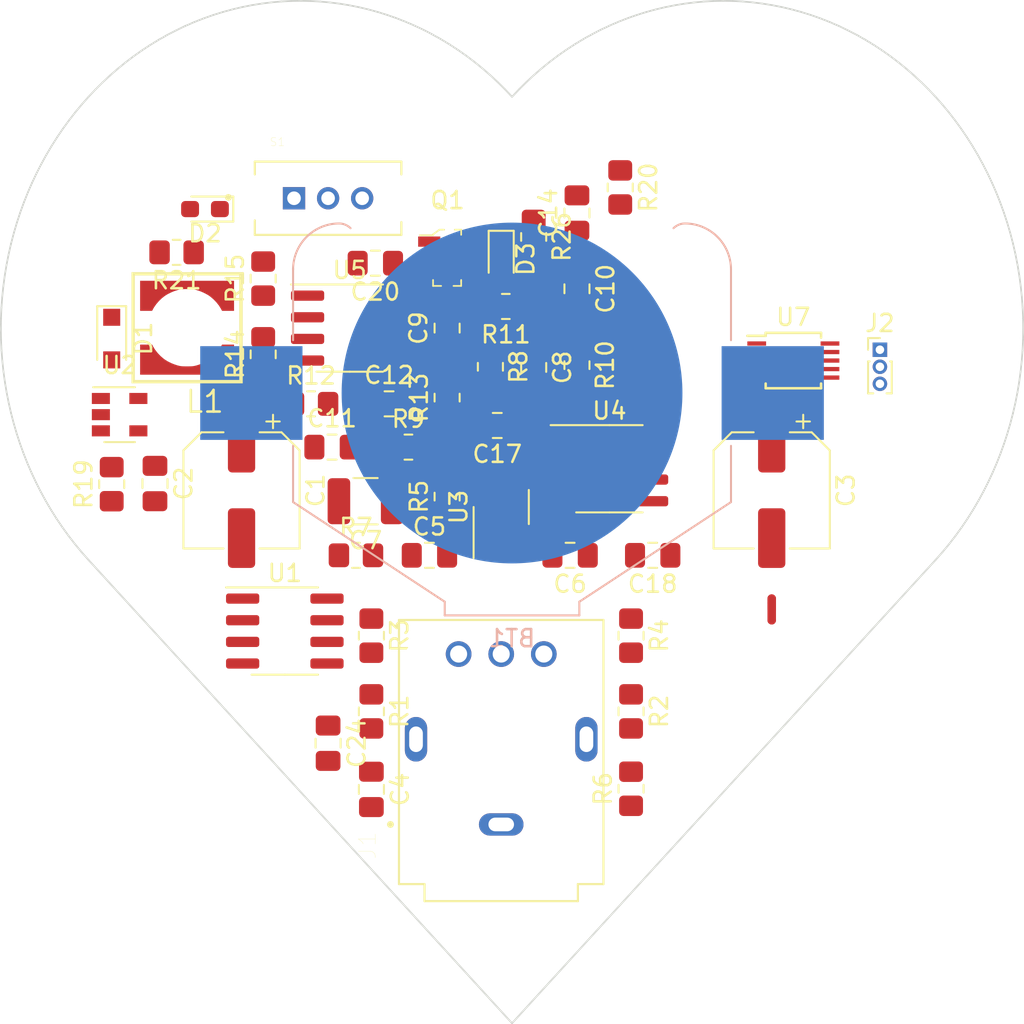
<source format=kicad_pcb>
(kicad_pcb (version 20171130) (host pcbnew 5.1.8)

  (general
    (thickness 1.6)
    (drawings 196)
    (tracks 4)
    (zones 0)
    (modules 51)
    (nets 1)
  )

  (page A4)
  (layers
    (0 F.Cu signal)
    (31 B.Cu signal)
    (32 B.Adhes user)
    (33 F.Adhes user)
    (34 B.Paste user)
    (35 F.Paste user)
    (36 B.SilkS user)
    (37 F.SilkS user)
    (38 B.Mask user)
    (39 F.Mask user)
    (40 Dwgs.User user)
    (41 Cmts.User user)
    (42 Eco1.User user)
    (43 Eco2.User user)
    (44 Edge.Cuts user)
    (45 Margin user)
    (46 B.CrtYd user)
    (47 F.CrtYd user)
    (48 B.Fab user)
    (49 F.Fab user)
  )

  (setup
    (last_trace_width 0.25)
    (trace_clearance 0.2)
    (zone_clearance 0.508)
    (zone_45_only no)
    (trace_min 0.2)
    (via_size 0.6)
    (via_drill 0.4)
    (via_min_size 0.4)
    (via_min_drill 0.3)
    (uvia_size 0.3)
    (uvia_drill 0.1)
    (uvias_allowed no)
    (uvia_min_size 0.2)
    (uvia_min_drill 0.1)
    (edge_width 0.15)
    (segment_width 0.2)
    (pcb_text_width 0.3)
    (pcb_text_size 1.5 1.5)
    (mod_edge_width 0.15)
    (mod_text_size 1 1)
    (mod_text_width 0.15)
    (pad_size 1.524 1.524)
    (pad_drill 0.762)
    (pad_to_mask_clearance 0.2)
    (aux_axis_origin 0 0)
    (visible_elements FFFFFF7F)
    (pcbplotparams
      (layerselection 0x010f0_80000001)
      (usegerberextensions false)
      (usegerberattributes true)
      (usegerberadvancedattributes true)
      (creategerberjobfile true)
      (excludeedgelayer true)
      (linewidth 0.100000)
      (plotframeref false)
      (viasonmask false)
      (mode 1)
      (useauxorigin false)
      (hpglpennumber 1)
      (hpglpenspeed 20)
      (hpglpendiameter 15.000000)
      (psnegative false)
      (psa4output false)
      (plotreference true)
      (plotvalue true)
      (plotinvisibletext false)
      (padsonsilk false)
      (subtractmaskfromsilk false)
      (outputformat 1)
      (mirror false)
      (drillshape 1)
      (scaleselection 1)
      (outputdirectory "gerbers/"))
  )

  (net 0 "")

  (net_class Default "This is the default net class."
    (clearance 0.2)
    (trace_width 0.25)
    (via_dia 0.6)
    (via_drill 0.4)
    (uvia_dia 0.3)
    (uvia_drill 0.1)
  )

  (module Battery:BatteryHolder_Keystone_3008_1x2450 (layer B.Cu) (tedit 5D9CBE11) (tstamp 5FCF41AB)
    (at 151.765 103.505)
    (descr http://www.keyelco.com/product-pdf.cfm?p=786)
    (tags "Keystone type 3008 coin cell retainer")
    (path /5FB28E21)
    (attr smd)
    (fp_text reference BT1 (at 0 14.4) (layer B.SilkS)
      (effects (font (size 1 1) (thickness 0.15)) (justify mirror))
    )
    (fp_text value Battery_Cell (at 0 -14) (layer B.Fab)
      (effects (font (size 1 1) (thickness 0.15)) (justify mirror))
    )
    (fp_line (start -3.8 12.9) (end 3.8 12.9) (layer B.Fab) (width 0.1))
    (fp_line (start 3.8 12.9) (end 3.8 12.2) (layer B.Fab) (width 0.1))
    (fp_line (start -3.8 12.9) (end -3.8 12.2) (layer B.Fab) (width 0.1))
    (fp_line (start -12.7 6.35) (end -12.7 -7.3) (layer B.Fab) (width 0.1))
    (fp_line (start -3.8 12.2) (end -12.7 6.35) (layer B.Fab) (width 0.1))
    (fp_line (start 12.7 6.35) (end 12.7 -7.3) (layer B.Fab) (width 0.1))
    (fp_line (start 3.8 12.2) (end 12.7 6.35) (layer B.Fab) (width 0.1))
    (fp_line (start -12.85 6.4) (end -12.85 3.1) (layer B.SilkS) (width 0.12))
    (fp_line (start -3.95 12.25) (end -12.85 6.4) (layer B.SilkS) (width 0.12))
    (fp_line (start -3.95 13.05) (end -3.95 12.25) (layer B.SilkS) (width 0.12))
    (fp_line (start -3.95 13.05) (end 3.95 13.05) (layer B.SilkS) (width 0.12))
    (fp_line (start 3.95 13.05) (end 3.95 12.25) (layer B.SilkS) (width 0.12))
    (fp_line (start 3.95 12.25) (end 12.85 6.4) (layer B.SilkS) (width 0.12))
    (fp_line (start 12.85 6.4) (end 12.85 3.1) (layer B.SilkS) (width 0.12))
    (fp_line (start -13.35 6.7) (end -13.35 3.25) (layer B.CrtYd) (width 0.05))
    (fp_line (start -13.35 3.25) (end -18.8 3.25) (layer B.CrtYd) (width 0.05))
    (fp_line (start -13.35 -3.25) (end -13.35 -7.3) (layer B.CrtYd) (width 0.05))
    (fp_line (start -18.8 -3.25) (end -13.35 -3.25) (layer B.CrtYd) (width 0.05))
    (fp_line (start -18.8 3.25) (end -18.8 -3.25) (layer B.CrtYd) (width 0.05))
    (fp_line (start -4.45 12.55) (end -13.35 6.7) (layer B.CrtYd) (width 0.05))
    (fp_line (start 13.35 3.25) (end 18.8 3.25) (layer B.CrtYd) (width 0.05))
    (fp_line (start 18.8 3.25) (end 18.8 -3.25) (layer B.CrtYd) (width 0.05))
    (fp_line (start 18.8 -3.25) (end 13.35 -3.25) (layer B.CrtYd) (width 0.05))
    (fp_line (start 13.35 6.7) (end 13.35 3.25) (layer B.CrtYd) (width 0.05))
    (fp_line (start 4.45 12.55) (end 13.35 6.7) (layer B.CrtYd) (width 0.05))
    (fp_line (start -4.45 13.55) (end -4.45 12.55) (layer B.CrtYd) (width 0.05))
    (fp_line (start -4.45 13.55) (end 4.45 13.55) (layer B.CrtYd) (width 0.05))
    (fp_line (start 4.45 13.55) (end 4.45 12.55) (layer B.CrtYd) (width 0.05))
    (fp_circle (center 0 0) (end 12.25 0) (layer Dwgs.User) (width 0.15))
    (fp_line (start 13.35 -3.25) (end 13.35 -7.3) (layer B.CrtYd) (width 0.05))
    (fp_line (start -12.85 -3.1) (end -12.85 -7.3) (layer B.SilkS) (width 0.12))
    (fp_line (start 12.85 -3.1) (end 12.85 -7.3) (layer B.SilkS) (width 0.12))
    (fp_text user %R (at 0 0) (layer B.Fab)
      (effects (font (size 1 1) (thickness 0.15)) (justify mirror))
    )
    (fp_arc (start 0 0) (end 0 -12.8) (angle 41.7) (layer B.CrtYd) (width 0.05))
    (fp_arc (start 0 -21) (end 9.15 -10.05) (angle 3.2) (layer B.CrtYd) (width 0.05))
    (fp_arc (start 0 0) (end 0 -12.8) (angle -41.7) (layer B.CrtYd) (width 0.05))
    (fp_arc (start 0 -21) (end -9.15 -10.05) (angle -3.2) (layer B.CrtYd) (width 0.05))
    (fp_arc (start 10.15 -9) (end 10.15 -10.45) (angle -45) (layer B.CrtYd) (width 0.05))
    (fp_arc (start -10.15 -9) (end -10.15 -10.45) (angle 45) (layer B.CrtYd) (width 0.05))
    (fp_arc (start 10.15 -7.25) (end 10.15 -10.45) (angle 90) (layer B.CrtYd) (width 0.05))
    (fp_arc (start -10.15 -7.25) (end -10.15 -10.45) (angle -90) (layer B.CrtYd) (width 0.05))
    (fp_arc (start 10.15 -9) (end 10.15 -9.95) (angle -45) (layer B.SilkS) (width 0.12))
    (fp_arc (start -10.15 -9) (end -10.15 -9.95) (angle 45) (layer B.SilkS) (width 0.12))
    (fp_arc (start 10.15 -9) (end 10.15 -9.8) (angle -45) (layer B.Fab) (width 0.1))
    (fp_arc (start -10.15 -9) (end -10.15 -9.8) (angle 45) (layer B.Fab) (width 0.1))
    (fp_arc (start 0 -21) (end -9.6 -9.58) (angle -80) (layer B.Fab) (width 0.1))
    (fp_arc (start -10.15 -7.25) (end -10.15 -9.95) (angle -90) (layer B.SilkS) (width 0.12))
    (fp_arc (start 10.15 -7.25) (end 10.15 -9.95) (angle 90) (layer B.SilkS) (width 0.12))
    (fp_arc (start 10.15 -7.25) (end 10.15 -9.8) (angle 90) (layer B.Fab) (width 0.1))
    (fp_arc (start -10.15 -7.25) (end -10.15 -9.8) (angle -90) (layer B.Fab) (width 0.1))
    (pad 1 smd rect (at -15.3 0) (size 6 5.5) (layers B.Cu B.Paste B.Mask))
    (pad 1 smd rect (at 15.3 0) (size 6 5.5) (layers B.Cu B.Paste B.Mask))
    (pad 2 smd circle (at 0 0) (size 20 20) (layers B.Cu B.Mask))
    (model ${KISYS3DMOD}/Battery.3dshapes/BatteryHolder_Keystone_3008_1x2450.wrl
      (at (xyz 0 0 0))
      (scale (xyz 1 1 1))
      (rotate (xyz 0 0 0))
    )
  )

  (module Inductors:L_Sumida_CDRH5D28 (layer F.Cu) (tedit 5FB48DCE) (tstamp 5FCF03F1)
    (at 131.445 98.425 180)
    (path /5FB201C3)
    (fp_text reference L1 (at -2.286 -5.588) (layer F.SilkS)
      (effects (font (size 1.27 1.27) (thickness 0.15)))
    )
    (fp_text value 10uH (at -2.032 3.302) (layer F.SilkS) hide
      (effects (font (size 1.27 1.27) (thickness 0.15)))
    )
    (fp_poly (pts (xy 2.010833 2.010833) (xy -4.5085 2.010833) (xy -4.5085 -4.318) (xy -4.318 -4.318)
      (xy -4.318 1.820333) (xy 1.820333 1.820333) (xy 1.820333 -4.318) (xy -4.318 -4.318)
      (xy -4.5085 -4.318) (xy -4.5085 -4.5085) (xy 2.010833 -4.5085) (xy 2.010833 2.010833)) (layer F.SilkS) (width 0.01))
    (pad 1 smd custom (at -3.302 -3.302 180) (size 1 1) (layers F.Cu F.Paste F.Mask)
      (options (clearance outline) (anchor circle))
      (primitives
        (gr_poly (pts
           (xy 4.804833 1.058333) (xy 4.108816 1.058333) (xy 4.043769 0.936625) (xy 3.926306 0.748587) (xy 3.777748 0.56075)
           (xy 3.607975 0.383949) (xy 3.426869 0.229015) (xy 3.343205 0.168567) (xy 3.180956 0.070683) (xy 2.993494 -0.022303)
           (xy 2.797846 -0.102694) (xy 2.611039 -0.16279) (xy 2.60937 -0.163236) (xy 2.524795 -0.184609) (xy 2.450209 -0.199705)
           (xy 2.374956 -0.209582) (xy 2.288381 -0.2153) (xy 2.179826 -0.217916) (xy 2.053167 -0.218494) (xy 1.915398 -0.217778)
           (xy 1.809293 -0.214922) (xy 1.724194 -0.208869) (xy 1.649445 -0.198559) (xy 1.574389 -0.182933) (xy 1.496963 -0.163236)
           (xy 1.310321 -0.103369) (xy 1.114676 -0.023134) (xy 0.927057 0.06977) (xy 0.76449 0.167643) (xy 0.763128 0.168567)
           (xy 0.580134 0.309933) (xy 0.403967 0.478106) (xy 0.244509 0.662254) (xy 0.111641 0.851544) (xy 0.062564 0.936625)
           (xy -0.002483 1.058333) (xy -0.6985 1.058333) (xy -0.6985 -0.6985) (xy 4.804833 -0.6985) (xy 4.804833 1.058333)
) (width 0.01))
        (gr_poly (pts
           (xy 4.804833 1.058333) (xy 4.108816 1.058333) (xy 4.043769 0.936625) (xy 3.926306 0.748587) (xy 3.777748 0.56075)
           (xy 3.607975 0.383949) (xy 3.426869 0.229015) (xy 3.343205 0.168567) (xy 3.180956 0.070683) (xy 2.993494 -0.022303)
           (xy 2.797846 -0.102694) (xy 2.611039 -0.16279) (xy 2.60937 -0.163236) (xy 2.524795 -0.184609) (xy 2.450209 -0.199705)
           (xy 2.374956 -0.209582) (xy 2.288381 -0.2153) (xy 2.179826 -0.217916) (xy 2.053167 -0.218494) (xy 1.915398 -0.217778)
           (xy 1.809293 -0.214922) (xy 1.724194 -0.208869) (xy 1.649445 -0.198559) (xy 1.574389 -0.182933) (xy 1.496963 -0.163236)
           (xy 1.310321 -0.103369) (xy 1.114676 -0.023134) (xy 0.927057 0.06977) (xy 0.76449 0.167643) (xy 0.763128 0.168567)
           (xy 0.580134 0.309933) (xy 0.403967 0.478106) (xy 0.244509 0.662254) (xy 0.111641 0.851544) (xy 0.062564 0.936625)
           (xy -0.002483 1.058333) (xy -0.6985 1.058333) (xy -0.6985 -0.6985) (xy 4.804833 -0.6985) (xy 4.804833 1.058333)
) (width 0.01))
      ))
    (pad 2 smd custom (at -3.302 0.762 180) (size 1 1) (layers F.Cu F.Paste F.Mask)
      (options (clearance outline) (anchor circle))
      (primitives
        (gr_poly (pts
           (xy 0.062564 -0.894292) (xy 0.180027 -0.706254) (xy 0.328585 -0.518417) (xy 0.498358 -0.341616) (xy 0.679464 -0.186682)
           (xy 0.763128 -0.126234) (xy 0.924739 -0.028709) (xy 1.111652 0.064108) (xy 1.306938 0.144557) (xy 1.49367 0.204977)
           (xy 1.496963 0.205864) (xy 1.581335 0.227322) (xy 1.655576 0.242483) (xy 1.730322 0.252411) (xy 1.816206 0.258168)
           (xy 1.923864 0.260815) (xy 2.053167 0.261417) (xy 2.190693 0.260712) (xy 2.296534 0.257887) (xy 2.381325 0.25188)
           (xy 2.455699 0.24163) (xy 2.530293 0.226074) (xy 2.60937 0.205864) (xy 2.795781 0.145891) (xy 2.991063 0.065746)
           (xy 3.178287 -0.026911) (xy 3.340525 -0.124418) (xy 3.343205 -0.126234) (xy 3.526199 -0.2676) (xy 3.702366 -0.435773)
           (xy 3.861824 -0.619921) (xy 3.994692 -0.809211) (xy 4.043769 -0.894292) (xy 4.108816 -1.016) (xy 4.804833 -1.016)
           (xy 4.804833 0.740833) (xy -0.6985 0.740833) (xy -0.6985 -1.016) (xy -0.002483 -1.016) (xy 0.062564 -0.894292)
) (width 0.01))
        (gr_poly (pts
           (xy 0.062564 -0.894292) (xy 0.180027 -0.706254) (xy 0.328585 -0.518417) (xy 0.498358 -0.341616) (xy 0.679464 -0.186682)
           (xy 0.763128 -0.126234) (xy 0.924739 -0.028709) (xy 1.111652 0.064108) (xy 1.306938 0.144557) (xy 1.49367 0.204977)
           (xy 1.496963 0.205864) (xy 1.581335 0.227322) (xy 1.655576 0.242483) (xy 1.730322 0.252411) (xy 1.816206 0.258168)
           (xy 1.923864 0.260815) (xy 2.053167 0.261417) (xy 2.190693 0.260712) (xy 2.296534 0.257887) (xy 2.381325 0.25188)
           (xy 2.455699 0.24163) (xy 2.530293 0.226074) (xy 2.60937 0.205864) (xy 2.795781 0.145891) (xy 2.991063 0.065746)
           (xy 3.178287 -0.026911) (xy 3.340525 -0.124418) (xy 3.343205 -0.126234) (xy 3.526199 -0.2676) (xy 3.702366 -0.435773)
           (xy 3.861824 -0.619921) (xy 3.994692 -0.809211) (xy 4.043769 -0.894292) (xy 4.108816 -1.016) (xy 4.804833 -1.016)
           (xy 4.804833 0.740833) (xy -0.6985 0.740833) (xy -0.6985 -1.016) (xy -0.002483 -1.016) (xy 0.062564 -0.894292)
) (width 0.01))
      ))
  )

  (module Resistor_SMD:R_0805_2012Metric_Pad1.20x1.40mm_HandSolder (layer F.Cu) (tedit 5F68FEEE) (tstamp 5FCF03CB)
    (at 137.16 96.79 90)
    (descr "Resistor SMD 0805 (2012 Metric), square (rectangular) end terminal, IPC_7351 nominal with elongated pad for handsoldering. (Body size source: IPC-SM-782 page 72, https://www.pcb-3d.com/wordpress/wp-content/uploads/ipc-sm-782a_amendment_1_and_2.pdf), generated with kicad-footprint-generator")
    (tags "resistor handsolder")
    (path /5F9F8E33/5FA1B5C6)
    (attr smd)
    (fp_text reference R15 (at 0 -1.65 90) (layer F.SilkS)
      (effects (font (size 1 1) (thickness 0.15)))
    )
    (fp_text value 100k (at 0 1.65 90) (layer F.Fab)
      (effects (font (size 1 1) (thickness 0.15)))
    )
    (fp_line (start 1.85 0.95) (end -1.85 0.95) (layer F.CrtYd) (width 0.05))
    (fp_line (start 1.85 -0.95) (end 1.85 0.95) (layer F.CrtYd) (width 0.05))
    (fp_line (start -1.85 -0.95) (end 1.85 -0.95) (layer F.CrtYd) (width 0.05))
    (fp_line (start -1.85 0.95) (end -1.85 -0.95) (layer F.CrtYd) (width 0.05))
    (fp_line (start -0.227064 0.735) (end 0.227064 0.735) (layer F.SilkS) (width 0.12))
    (fp_line (start -0.227064 -0.735) (end 0.227064 -0.735) (layer F.SilkS) (width 0.12))
    (fp_line (start 1 0.625) (end -1 0.625) (layer F.Fab) (width 0.1))
    (fp_line (start 1 -0.625) (end 1 0.625) (layer F.Fab) (width 0.1))
    (fp_line (start -1 -0.625) (end 1 -0.625) (layer F.Fab) (width 0.1))
    (fp_line (start -1 0.625) (end -1 -0.625) (layer F.Fab) (width 0.1))
    (fp_text user %R (at 0 0 90) (layer F.Fab)
      (effects (font (size 0.5 0.5) (thickness 0.08)))
    )
    (pad 1 smd roundrect (at -1 0 90) (size 1.2 1.4) (layers F.Cu F.Paste F.Mask) (roundrect_rratio 0.208333))
    (pad 2 smd roundrect (at 1 0 90) (size 1.2 1.4) (layers F.Cu F.Paste F.Mask) (roundrect_rratio 0.208333))
    (model ${KISYS3DMOD}/Resistor_SMD.3dshapes/R_0805_2012Metric.wrl
      (at (xyz 0 0 0))
      (scale (xyz 1 1 1))
      (rotate (xyz 0 0 0))
    )
  )

  (module Resistor_SMD:R_0805_2012Metric_Pad1.20x1.40mm_HandSolder (layer F.Cu) (tedit 5F68FEEE) (tstamp 5FCF039B)
    (at 142.605 113.03)
    (descr "Resistor SMD 0805 (2012 Metric), square (rectangular) end terminal, IPC_7351 nominal with elongated pad for handsoldering. (Body size source: IPC-SM-782 page 72, https://www.pcb-3d.com/wordpress/wp-content/uploads/ipc-sm-782a_amendment_1_and_2.pdf), generated with kicad-footprint-generator")
    (tags "resistor handsolder")
    (path /5F9F8A5A/5FA0C9DE)
    (attr smd)
    (fp_text reference R7 (at 0 -1.65) (layer F.SilkS)
      (effects (font (size 1 1) (thickness 0.15)))
    )
    (fp_text value 3.3k (at 0 1.65) (layer F.Fab)
      (effects (font (size 1 1) (thickness 0.15)))
    )
    (fp_line (start 1.85 0.95) (end -1.85 0.95) (layer F.CrtYd) (width 0.05))
    (fp_line (start 1.85 -0.95) (end 1.85 0.95) (layer F.CrtYd) (width 0.05))
    (fp_line (start -1.85 -0.95) (end 1.85 -0.95) (layer F.CrtYd) (width 0.05))
    (fp_line (start -1.85 0.95) (end -1.85 -0.95) (layer F.CrtYd) (width 0.05))
    (fp_line (start -0.227064 0.735) (end 0.227064 0.735) (layer F.SilkS) (width 0.12))
    (fp_line (start -0.227064 -0.735) (end 0.227064 -0.735) (layer F.SilkS) (width 0.12))
    (fp_line (start 1 0.625) (end -1 0.625) (layer F.Fab) (width 0.1))
    (fp_line (start 1 -0.625) (end 1 0.625) (layer F.Fab) (width 0.1))
    (fp_line (start -1 -0.625) (end 1 -0.625) (layer F.Fab) (width 0.1))
    (fp_line (start -1 0.625) (end -1 -0.625) (layer F.Fab) (width 0.1))
    (fp_text user %R (at 0 0) (layer F.Fab)
      (effects (font (size 0.5 0.5) (thickness 0.08)))
    )
    (pad 1 smd roundrect (at -1 0) (size 1.2 1.4) (layers F.Cu F.Paste F.Mask) (roundrect_rratio 0.208333))
    (pad 2 smd roundrect (at 1 0) (size 1.2 1.4) (layers F.Cu F.Paste F.Mask) (roundrect_rratio 0.208333))
    (model ${KISYS3DMOD}/Resistor_SMD.3dshapes/R_0805_2012Metric.wrl
      (at (xyz 0 0 0))
      (scale (xyz 1 1 1))
      (rotate (xyz 0 0 0))
    )
  )

  (module Diode_SMD:D_SOD-323_HandSoldering (layer F.Cu) (tedit 58641869) (tstamp 5FCF035D)
    (at 128.27 100.31 270)
    (descr SOD-323)
    (tags SOD-323)
    (path /5FB221FB)
    (attr smd)
    (fp_text reference D1 (at 0 -1.85 90) (layer F.SilkS)
      (effects (font (size 1 1) (thickness 0.15)))
    )
    (fp_text value D_Schottky (at 0.1 1.9 90) (layer F.Fab)
      (effects (font (size 1 1) (thickness 0.15)))
    )
    (fp_line (start -1.9 -0.85) (end 1.25 -0.85) (layer F.SilkS) (width 0.12))
    (fp_line (start -1.9 0.85) (end 1.25 0.85) (layer F.SilkS) (width 0.12))
    (fp_line (start -2 -0.95) (end -2 0.95) (layer F.CrtYd) (width 0.05))
    (fp_line (start -2 0.95) (end 2 0.95) (layer F.CrtYd) (width 0.05))
    (fp_line (start 2 -0.95) (end 2 0.95) (layer F.CrtYd) (width 0.05))
    (fp_line (start -2 -0.95) (end 2 -0.95) (layer F.CrtYd) (width 0.05))
    (fp_line (start -0.9 -0.7) (end 0.9 -0.7) (layer F.Fab) (width 0.1))
    (fp_line (start 0.9 -0.7) (end 0.9 0.7) (layer F.Fab) (width 0.1))
    (fp_line (start 0.9 0.7) (end -0.9 0.7) (layer F.Fab) (width 0.1))
    (fp_line (start -0.9 0.7) (end -0.9 -0.7) (layer F.Fab) (width 0.1))
    (fp_line (start -0.3 -0.35) (end -0.3 0.35) (layer F.Fab) (width 0.1))
    (fp_line (start -0.3 0) (end -0.5 0) (layer F.Fab) (width 0.1))
    (fp_line (start -0.3 0) (end 0.2 -0.35) (layer F.Fab) (width 0.1))
    (fp_line (start 0.2 -0.35) (end 0.2 0.35) (layer F.Fab) (width 0.1))
    (fp_line (start 0.2 0.35) (end -0.3 0) (layer F.Fab) (width 0.1))
    (fp_line (start 0.2 0) (end 0.45 0) (layer F.Fab) (width 0.1))
    (fp_line (start -1.9 -0.85) (end -1.9 0.85) (layer F.SilkS) (width 0.12))
    (fp_text user %R (at 0 -1.85 90) (layer F.Fab)
      (effects (font (size 1 1) (thickness 0.15)))
    )
    (pad 1 smd rect (at -1.25 0 270) (size 1 1) (layers F.Cu F.Paste F.Mask))
    (pad 2 smd rect (at 1.25 0 270) (size 1 1) (layers F.Cu F.Paste F.Mask))
    (model ${KISYS3DMOD}/Diode_SMD.3dshapes/D_SOD-323.wrl
      (at (xyz 0 0 0))
      (scale (xyz 1 1 1))
      (rotate (xyz 0 0 0))
    )
  )

  (module Diode_SMD:D_0603_1608Metric_Pad1.05x0.95mm_HandSolder (layer F.Cu) (tedit 5F68FEF0) (tstamp 5FCF0322)
    (at 133.745 92.71 180)
    (descr "Diode SMD 0603 (1608 Metric), square (rectangular) end terminal, IPC_7351 nominal, (Body size source: http://www.tortai-tech.com/upload/download/2011102023233369053.pdf), generated with kicad-footprint-generator")
    (tags "diode handsolder")
    (path /5FBD2826)
    (attr smd)
    (fp_text reference D2 (at 0 -1.43) (layer F.SilkS)
      (effects (font (size 1 1) (thickness 0.15)))
    )
    (fp_text value LED (at 0 1.43) (layer F.Fab)
      (effects (font (size 1 1) (thickness 0.15)))
    )
    (fp_line (start 1.65 0.73) (end -1.65 0.73) (layer F.CrtYd) (width 0.05))
    (fp_line (start 1.65 -0.73) (end 1.65 0.73) (layer F.CrtYd) (width 0.05))
    (fp_line (start -1.65 -0.73) (end 1.65 -0.73) (layer F.CrtYd) (width 0.05))
    (fp_line (start -1.65 0.73) (end -1.65 -0.73) (layer F.CrtYd) (width 0.05))
    (fp_line (start -1.66 0.735) (end 0.8 0.735) (layer F.SilkS) (width 0.12))
    (fp_line (start -1.66 -0.735) (end -1.66 0.735) (layer F.SilkS) (width 0.12))
    (fp_line (start 0.8 -0.735) (end -1.66 -0.735) (layer F.SilkS) (width 0.12))
    (fp_line (start 0.8 0.4) (end 0.8 -0.4) (layer F.Fab) (width 0.1))
    (fp_line (start -0.8 0.4) (end 0.8 0.4) (layer F.Fab) (width 0.1))
    (fp_line (start -0.8 -0.1) (end -0.8 0.4) (layer F.Fab) (width 0.1))
    (fp_line (start -0.5 -0.4) (end -0.8 -0.1) (layer F.Fab) (width 0.1))
    (fp_line (start 0.8 -0.4) (end -0.5 -0.4) (layer F.Fab) (width 0.1))
    (fp_text user %R (at 0 0) (layer F.Fab)
      (effects (font (size 0.4 0.4) (thickness 0.06)))
    )
    (pad 1 smd roundrect (at -0.875 0 180) (size 1.05 0.95) (layers F.Cu F.Paste F.Mask) (roundrect_rratio 0.25))
    (pad 2 smd roundrect (at 0.875 0 180) (size 1.05 0.95) (layers F.Cu F.Paste F.Mask) (roundrect_rratio 0.25))
    (model ${KISYS3DMOD}/Diode_SMD.3dshapes/D_0603_1608Metric.wrl
      (at (xyz 0 0 0))
      (scale (xyz 1 1 1))
      (rotate (xyz 0 0 0))
    )
  )

  (module digikey-footprints:SOT-23-3 (layer F.Cu) (tedit 5D28A5E3) (tstamp 5FCF02DA)
    (at 147.955 95.57)
    (path /5FC76954)
    (attr smd)
    (fp_text reference Q1 (at 0.025 -3.375) (layer F.SilkS)
      (effects (font (size 1 1) (thickness 0.15)))
    )
    (fp_text value MMBT3904-7-F (at 0.025 3.25) (layer F.Fab)
      (effects (font (size 1 1) (thickness 0.15)))
    )
    (fp_line (start 0.7 1.52) (end 0.7 -1.52) (layer F.Fab) (width 0.1))
    (fp_line (start -0.7 1.52) (end 0.7 1.52) (layer F.Fab) (width 0.1))
    (fp_line (start 0.825 -1.65) (end 0.825 -1.35) (layer F.SilkS) (width 0.1))
    (fp_line (start 0.45 -1.65) (end 0.825 -1.65) (layer F.SilkS) (width 0.1))
    (fp_line (start 0.825 1.65) (end 0.375 1.65) (layer F.SilkS) (width 0.1))
    (fp_line (start 0.825 1.35) (end 0.825 1.65) (layer F.SilkS) (width 0.1))
    (fp_line (start 0.825 1.425) (end 0.825 1.3) (layer F.SilkS) (width 0.1))
    (fp_line (start -0.825 1.65) (end -0.825 1.3) (layer F.SilkS) (width 0.1))
    (fp_line (start -0.35 1.65) (end -0.825 1.65) (layer F.SilkS) (width 0.1))
    (fp_line (start -0.425 -1.525) (end -0.7 -1.325) (layer F.Fab) (width 0.1))
    (fp_line (start -0.425 -1.525) (end 0.7 -1.525) (layer F.Fab) (width 0.1))
    (fp_line (start -0.7 -1.325) (end -0.7 1.525) (layer F.Fab) (width 0.1))
    (fp_line (start -0.825 -1.325) (end -1.6 -1.325) (layer F.SilkS) (width 0.1))
    (fp_line (start -0.825 -1.375) (end -0.825 -1.325) (layer F.SilkS) (width 0.1))
    (fp_line (start -0.45 -1.65) (end -0.825 -1.375) (layer F.SilkS) (width 0.1))
    (fp_line (start -0.175 -1.65) (end -0.45 -1.65) (layer F.SilkS) (width 0.1))
    (fp_line (start 1.825 -1.95) (end 1.825 1.95) (layer F.CrtYd) (width 0.05))
    (fp_line (start 1.825 1.95) (end -1.825 1.95) (layer F.CrtYd) (width 0.05))
    (fp_line (start -1.825 -1.95) (end -1.825 1.95) (layer F.CrtYd) (width 0.05))
    (fp_line (start -1.825 -1.95) (end 1.825 -1.95) (layer F.CrtYd) (width 0.05))
    (fp_text user %R (at -0.125 0.15) (layer F.Fab)
      (effects (font (size 0.25 0.25) (thickness 0.05)))
    )
    (pad 3 smd rect (at 1.05 0) (size 1.3 0.6) (layers F.Cu F.Paste F.Mask)
      (solder_mask_margin 0.07))
    (pad 2 smd rect (at -1.05 0.95) (size 1.3 0.6) (layers F.Cu F.Paste F.Mask)
      (solder_mask_margin 0.07))
    (pad 1 smd rect (at -1.05 -0.95) (size 1.3 0.6) (layers F.Cu F.Paste F.Mask)
      (solder_mask_margin 0.07))
  )

  (module Capacitor_SMD:C_0805_2012Metric_Pad1.18x1.45mm_HandSolder (layer F.Cu) (tedit 5F68FEEF) (tstamp 5FCF029F)
    (at 130.81 108.8175 270)
    (descr "Capacitor SMD 0805 (2012 Metric), square (rectangular) end terminal, IPC_7351 nominal with elongated pad for handsoldering. (Body size source: IPC-SM-782 page 76, https://www.pcb-3d.com/wordpress/wp-content/uploads/ipc-sm-782a_amendment_1_and_2.pdf, https://docs.google.com/spreadsheets/d/1BsfQQcO9C6DZCsRaXUlFlo91Tg2WpOkGARC1WS5S8t0/edit?usp=sharing), generated with kicad-footprint-generator")
    (tags "capacitor handsolder")
    (path /5FB23B17)
    (attr smd)
    (fp_text reference C2 (at 0 -1.68 90) (layer F.SilkS)
      (effects (font (size 1 1) (thickness 0.15)))
    )
    (fp_text value 1uF (at 0 1.68 90) (layer F.Fab)
      (effects (font (size 1 1) (thickness 0.15)))
    )
    (fp_line (start 1.88 0.98) (end -1.88 0.98) (layer F.CrtYd) (width 0.05))
    (fp_line (start 1.88 -0.98) (end 1.88 0.98) (layer F.CrtYd) (width 0.05))
    (fp_line (start -1.88 -0.98) (end 1.88 -0.98) (layer F.CrtYd) (width 0.05))
    (fp_line (start -1.88 0.98) (end -1.88 -0.98) (layer F.CrtYd) (width 0.05))
    (fp_line (start -0.261252 0.735) (end 0.261252 0.735) (layer F.SilkS) (width 0.12))
    (fp_line (start -0.261252 -0.735) (end 0.261252 -0.735) (layer F.SilkS) (width 0.12))
    (fp_line (start 1 0.625) (end -1 0.625) (layer F.Fab) (width 0.1))
    (fp_line (start 1 -0.625) (end 1 0.625) (layer F.Fab) (width 0.1))
    (fp_line (start -1 -0.625) (end 1 -0.625) (layer F.Fab) (width 0.1))
    (fp_line (start -1 0.625) (end -1 -0.625) (layer F.Fab) (width 0.1))
    (fp_text user %R (at 0 0 90) (layer F.Fab)
      (effects (font (size 0.5 0.5) (thickness 0.08)))
    )
    (pad 1 smd roundrect (at -1.0375 0 270) (size 1.175 1.45) (layers F.Cu F.Paste F.Mask) (roundrect_rratio 0.212766))
    (pad 2 smd roundrect (at 1.0375 0 270) (size 1.175 1.45) (layers F.Cu F.Paste F.Mask) (roundrect_rratio 0.212766))
    (model ${KISYS3DMOD}/Capacitor_SMD.3dshapes/C_0805_2012Metric.wrl
      (at (xyz 0 0 0))
      (scale (xyz 1 1 1))
      (rotate (xyz 0 0 0))
    )
  )

  (module Resistor_SMD:R_0805_2012Metric_Pad1.20x1.40mm_HandSolder (layer F.Cu) (tedit 5F68FEEE) (tstamp 5FCF026F)
    (at 151.4 98.425 180)
    (descr "Resistor SMD 0805 (2012 Metric), square (rectangular) end terminal, IPC_7351 nominal with elongated pad for handsoldering. (Body size source: IPC-SM-782 page 72, https://www.pcb-3d.com/wordpress/wp-content/uploads/ipc-sm-782a_amendment_1_and_2.pdf), generated with kicad-footprint-generator")
    (tags "resistor handsolder")
    (path /5F9F8E33/5FA2936A)
    (attr smd)
    (fp_text reference R11 (at 0 -1.65) (layer F.SilkS)
      (effects (font (size 1 1) (thickness 0.15)))
    )
    (fp_text value 470k (at 0 1.65) (layer F.Fab)
      (effects (font (size 1 1) (thickness 0.15)))
    )
    (fp_line (start 1.85 0.95) (end -1.85 0.95) (layer F.CrtYd) (width 0.05))
    (fp_line (start 1.85 -0.95) (end 1.85 0.95) (layer F.CrtYd) (width 0.05))
    (fp_line (start -1.85 -0.95) (end 1.85 -0.95) (layer F.CrtYd) (width 0.05))
    (fp_line (start -1.85 0.95) (end -1.85 -0.95) (layer F.CrtYd) (width 0.05))
    (fp_line (start -0.227064 0.735) (end 0.227064 0.735) (layer F.SilkS) (width 0.12))
    (fp_line (start -0.227064 -0.735) (end 0.227064 -0.735) (layer F.SilkS) (width 0.12))
    (fp_line (start 1 0.625) (end -1 0.625) (layer F.Fab) (width 0.1))
    (fp_line (start 1 -0.625) (end 1 0.625) (layer F.Fab) (width 0.1))
    (fp_line (start -1 -0.625) (end 1 -0.625) (layer F.Fab) (width 0.1))
    (fp_line (start -1 0.625) (end -1 -0.625) (layer F.Fab) (width 0.1))
    (fp_text user %R (at 0 0) (layer F.Fab)
      (effects (font (size 0.5 0.5) (thickness 0.08)))
    )
    (pad 1 smd roundrect (at -1 0 180) (size 1.2 1.4) (layers F.Cu F.Paste F.Mask) (roundrect_rratio 0.208333))
    (pad 2 smd roundrect (at 1 0 180) (size 1.2 1.4) (layers F.Cu F.Paste F.Mask) (roundrect_rratio 0.208333))
    (model ${KISYS3DMOD}/Resistor_SMD.3dshapes/R_0805_2012Metric.wrl
      (at (xyz 0 0 0))
      (scale (xyz 1 1 1))
      (rotate (xyz 0 0 0))
    )
  )

  (module Package_TO_SOT_SMD:SOT-23-5 (layer F.Cu) (tedit 5A02FF57) (tstamp 5FCF0237)
    (at 128.735 104.775)
    (descr "5-pin SOT23 package")
    (tags SOT-23-5)
    (path /5FB1FB38)
    (attr smd)
    (fp_text reference U2 (at 0 -2.9) (layer F.SilkS)
      (effects (font (size 1 1) (thickness 0.15)))
    )
    (fp_text value SP6641 (at 0 2.9) (layer F.Fab)
      (effects (font (size 1 1) (thickness 0.15)))
    )
    (fp_line (start 0.9 -1.55) (end 0.9 1.55) (layer F.Fab) (width 0.1))
    (fp_line (start 0.9 1.55) (end -0.9 1.55) (layer F.Fab) (width 0.1))
    (fp_line (start -0.9 -0.9) (end -0.9 1.55) (layer F.Fab) (width 0.1))
    (fp_line (start 0.9 -1.55) (end -0.25 -1.55) (layer F.Fab) (width 0.1))
    (fp_line (start -0.9 -0.9) (end -0.25 -1.55) (layer F.Fab) (width 0.1))
    (fp_line (start -1.9 1.8) (end -1.9 -1.8) (layer F.CrtYd) (width 0.05))
    (fp_line (start 1.9 1.8) (end -1.9 1.8) (layer F.CrtYd) (width 0.05))
    (fp_line (start 1.9 -1.8) (end 1.9 1.8) (layer F.CrtYd) (width 0.05))
    (fp_line (start -1.9 -1.8) (end 1.9 -1.8) (layer F.CrtYd) (width 0.05))
    (fp_line (start 0.9 -1.61) (end -1.55 -1.61) (layer F.SilkS) (width 0.12))
    (fp_line (start -0.9 1.61) (end 0.9 1.61) (layer F.SilkS) (width 0.12))
    (fp_text user %R (at 0 0 90) (layer F.Fab)
      (effects (font (size 0.5 0.5) (thickness 0.075)))
    )
    (pad 1 smd rect (at -1.1 -0.95) (size 1.06 0.65) (layers F.Cu F.Paste F.Mask))
    (pad 2 smd rect (at -1.1 0) (size 1.06 0.65) (layers F.Cu F.Paste F.Mask))
    (pad 3 smd rect (at -1.1 0.95) (size 1.06 0.65) (layers F.Cu F.Paste F.Mask))
    (pad 4 smd rect (at 1.1 0.95) (size 1.06 0.65) (layers F.Cu F.Paste F.Mask))
    (pad 5 smd rect (at 1.1 -0.95) (size 1.06 0.65) (layers F.Cu F.Paste F.Mask))
    (model ${KISYS3DMOD}/Package_TO_SOT_SMD.3dshapes/SOT-23-5.wrl
      (at (xyz 0 0 0))
      (scale (xyz 1 1 1))
      (rotate (xyz 0 0 0))
    )
  )

  (module Capacitor_SMD:C_0805_2012Metric_Pad1.18x1.45mm_HandSolder (layer F.Cu) (tedit 5F68FEEF) (tstamp 5FCF0203)
    (at 146.9175 113.03)
    (descr "Capacitor SMD 0805 (2012 Metric), square (rectangular) end terminal, IPC_7351 nominal with elongated pad for handsoldering. (Body size source: IPC-SM-782 page 76, https://www.pcb-3d.com/wordpress/wp-content/uploads/ipc-sm-782a_amendment_1_and_2.pdf, https://docs.google.com/spreadsheets/d/1BsfQQcO9C6DZCsRaXUlFlo91Tg2WpOkGARC1WS5S8t0/edit?usp=sharing), generated with kicad-footprint-generator")
    (tags "capacitor handsolder")
    (path /5F9F8A5A/5F9FB9DF)
    (attr smd)
    (fp_text reference C5 (at 0 -1.68) (layer F.SilkS)
      (effects (font (size 1 1) (thickness 0.15)))
    )
    (fp_text value 47nF (at 0 1.68) (layer F.Fab)
      (effects (font (size 1 1) (thickness 0.15)))
    )
    (fp_line (start 1.88 0.98) (end -1.88 0.98) (layer F.CrtYd) (width 0.05))
    (fp_line (start 1.88 -0.98) (end 1.88 0.98) (layer F.CrtYd) (width 0.05))
    (fp_line (start -1.88 -0.98) (end 1.88 -0.98) (layer F.CrtYd) (width 0.05))
    (fp_line (start -1.88 0.98) (end -1.88 -0.98) (layer F.CrtYd) (width 0.05))
    (fp_line (start -0.261252 0.735) (end 0.261252 0.735) (layer F.SilkS) (width 0.12))
    (fp_line (start -0.261252 -0.735) (end 0.261252 -0.735) (layer F.SilkS) (width 0.12))
    (fp_line (start 1 0.625) (end -1 0.625) (layer F.Fab) (width 0.1))
    (fp_line (start 1 -0.625) (end 1 0.625) (layer F.Fab) (width 0.1))
    (fp_line (start -1 -0.625) (end 1 -0.625) (layer F.Fab) (width 0.1))
    (fp_line (start -1 0.625) (end -1 -0.625) (layer F.Fab) (width 0.1))
    (fp_text user %R (at 0 0) (layer F.Fab)
      (effects (font (size 0.5 0.5) (thickness 0.08)))
    )
    (pad 1 smd roundrect (at -1.0375 0) (size 1.175 1.45) (layers F.Cu F.Paste F.Mask) (roundrect_rratio 0.212766))
    (pad 2 smd roundrect (at 1.0375 0) (size 1.175 1.45) (layers F.Cu F.Paste F.Mask) (roundrect_rratio 0.212766))
    (model ${KISYS3DMOD}/Capacitor_SMD.3dshapes/C_0805_2012Metric.wrl
      (at (xyz 0 0 0))
      (scale (xyz 1 1 1))
      (rotate (xyz 0 0 0))
    )
  )

  (module Package_SO:SOIC-8_3.9x4.9mm_P1.27mm (layer F.Cu) (tedit 5D9F72B1) (tstamp 5FCF01C1)
    (at 157.48 107.95)
    (descr "SOIC, 8 Pin (JEDEC MS-012AA, https://www.analog.com/media/en/package-pcb-resources/package/pkg_pdf/soic_narrow-r/r_8.pdf), generated with kicad-footprint-generator ipc_gullwing_generator.py")
    (tags "SOIC SO")
    (path /5F9F8E33/5FA2F063)
    (attr smd)
    (fp_text reference U4 (at 0 -3.4) (layer F.SilkS)
      (effects (font (size 1 1) (thickness 0.15)))
    )
    (fp_text value OPA388 (at 0 3.4) (layer F.Fab)
      (effects (font (size 1 1) (thickness 0.15)))
    )
    (fp_line (start 3.7 -2.7) (end -3.7 -2.7) (layer F.CrtYd) (width 0.05))
    (fp_line (start 3.7 2.7) (end 3.7 -2.7) (layer F.CrtYd) (width 0.05))
    (fp_line (start -3.7 2.7) (end 3.7 2.7) (layer F.CrtYd) (width 0.05))
    (fp_line (start -3.7 -2.7) (end -3.7 2.7) (layer F.CrtYd) (width 0.05))
    (fp_line (start -1.95 -1.475) (end -0.975 -2.45) (layer F.Fab) (width 0.1))
    (fp_line (start -1.95 2.45) (end -1.95 -1.475) (layer F.Fab) (width 0.1))
    (fp_line (start 1.95 2.45) (end -1.95 2.45) (layer F.Fab) (width 0.1))
    (fp_line (start 1.95 -2.45) (end 1.95 2.45) (layer F.Fab) (width 0.1))
    (fp_line (start -0.975 -2.45) (end 1.95 -2.45) (layer F.Fab) (width 0.1))
    (fp_line (start 0 -2.56) (end -3.45 -2.56) (layer F.SilkS) (width 0.12))
    (fp_line (start 0 -2.56) (end 1.95 -2.56) (layer F.SilkS) (width 0.12))
    (fp_line (start 0 2.56) (end -1.95 2.56) (layer F.SilkS) (width 0.12))
    (fp_line (start 0 2.56) (end 1.95 2.56) (layer F.SilkS) (width 0.12))
    (fp_text user %R (at 0 0) (layer F.Fab)
      (effects (font (size 0.98 0.98) (thickness 0.15)))
    )
    (pad 1 smd roundrect (at -2.475 -1.905) (size 1.95 0.6) (layers F.Cu F.Paste F.Mask) (roundrect_rratio 0.25))
    (pad 2 smd roundrect (at -2.475 -0.635) (size 1.95 0.6) (layers F.Cu F.Paste F.Mask) (roundrect_rratio 0.25))
    (pad 3 smd roundrect (at -2.475 0.635) (size 1.95 0.6) (layers F.Cu F.Paste F.Mask) (roundrect_rratio 0.25))
    (pad 4 smd roundrect (at -2.475 1.905) (size 1.95 0.6) (layers F.Cu F.Paste F.Mask) (roundrect_rratio 0.25))
    (pad 5 smd roundrect (at 2.475 1.905) (size 1.95 0.6) (layers F.Cu F.Paste F.Mask) (roundrect_rratio 0.25))
    (pad 6 smd roundrect (at 2.475 0.635) (size 1.95 0.6) (layers F.Cu F.Paste F.Mask) (roundrect_rratio 0.25))
    (pad 7 smd roundrect (at 2.475 -0.635) (size 1.95 0.6) (layers F.Cu F.Paste F.Mask) (roundrect_rratio 0.25))
    (pad 8 smd roundrect (at 2.475 -1.905) (size 1.95 0.6) (layers F.Cu F.Paste F.Mask) (roundrect_rratio 0.25))
    (model ${KISYS3DMOD}/Package_SO.3dshapes/SOIC-8_3.9x4.9mm_P1.27mm.wrl
      (at (xyz 0 0 0))
      (scale (xyz 1 1 1))
      (rotate (xyz 0 0 0))
    )
  )

  (module Capacitor_SMD:C_0805_2012Metric_Pad1.18x1.45mm_HandSolder (layer F.Cu) (tedit 5F68FEEF) (tstamp 5FCF0188)
    (at 153.035 102.0025 270)
    (descr "Capacitor SMD 0805 (2012 Metric), square (rectangular) end terminal, IPC_7351 nominal with elongated pad for handsoldering. (Body size source: IPC-SM-782 page 76, https://www.pcb-3d.com/wordpress/wp-content/uploads/ipc-sm-782a_amendment_1_and_2.pdf, https://docs.google.com/spreadsheets/d/1BsfQQcO9C6DZCsRaXUlFlo91Tg2WpOkGARC1WS5S8t0/edit?usp=sharing), generated with kicad-footprint-generator")
    (tags "capacitor handsolder")
    (path /5F9F8E33/5FA299E9)
    (attr smd)
    (fp_text reference C8 (at 0 -1.68 90) (layer F.SilkS)
      (effects (font (size 1 1) (thickness 0.15)))
    )
    (fp_text value 5n (at 0 1.68 90) (layer F.Fab)
      (effects (font (size 1 1) (thickness 0.15)))
    )
    (fp_line (start 1.88 0.98) (end -1.88 0.98) (layer F.CrtYd) (width 0.05))
    (fp_line (start 1.88 -0.98) (end 1.88 0.98) (layer F.CrtYd) (width 0.05))
    (fp_line (start -1.88 -0.98) (end 1.88 -0.98) (layer F.CrtYd) (width 0.05))
    (fp_line (start -1.88 0.98) (end -1.88 -0.98) (layer F.CrtYd) (width 0.05))
    (fp_line (start -0.261252 0.735) (end 0.261252 0.735) (layer F.SilkS) (width 0.12))
    (fp_line (start -0.261252 -0.735) (end 0.261252 -0.735) (layer F.SilkS) (width 0.12))
    (fp_line (start 1 0.625) (end -1 0.625) (layer F.Fab) (width 0.1))
    (fp_line (start 1 -0.625) (end 1 0.625) (layer F.Fab) (width 0.1))
    (fp_line (start -1 -0.625) (end 1 -0.625) (layer F.Fab) (width 0.1))
    (fp_line (start -1 0.625) (end -1 -0.625) (layer F.Fab) (width 0.1))
    (fp_text user %R (at 0 0 90) (layer F.Fab)
      (effects (font (size 0.5 0.5) (thickness 0.08)))
    )
    (pad 1 smd roundrect (at -1.0375 0 270) (size 1.175 1.45) (layers F.Cu F.Paste F.Mask) (roundrect_rratio 0.212766))
    (pad 2 smd roundrect (at 1.0375 0 270) (size 1.175 1.45) (layers F.Cu F.Paste F.Mask) (roundrect_rratio 0.212766))
    (model ${KISYS3DMOD}/Capacitor_SMD.3dshapes/C_0805_2012Metric.wrl
      (at (xyz 0 0 0))
      (scale (xyz 1 1 1))
      (rotate (xyz 0 0 0))
    )
  )

  (module Diode_SMD:D_0603_1608Metric_Pad1.05x0.95mm_HandSolder (layer F.Cu) (tedit 5F68FEF0) (tstamp 5FCF0154)
    (at 151.13 95.645 270)
    (descr "Diode SMD 0603 (1608 Metric), square (rectangular) end terminal, IPC_7351 nominal, (Body size source: http://www.tortai-tech.com/upload/download/2011102023233369053.pdf), generated with kicad-footprint-generator")
    (tags "diode handsolder")
    (path /5FC7B21A)
    (attr smd)
    (fp_text reference D3 (at 0 -1.43 90) (layer F.SilkS)
      (effects (font (size 1 1) (thickness 0.15)))
    )
    (fp_text value LED (at 0 1.43 90) (layer F.Fab)
      (effects (font (size 1 1) (thickness 0.15)))
    )
    (fp_line (start 1.65 0.73) (end -1.65 0.73) (layer F.CrtYd) (width 0.05))
    (fp_line (start 1.65 -0.73) (end 1.65 0.73) (layer F.CrtYd) (width 0.05))
    (fp_line (start -1.65 -0.73) (end 1.65 -0.73) (layer F.CrtYd) (width 0.05))
    (fp_line (start -1.65 0.73) (end -1.65 -0.73) (layer F.CrtYd) (width 0.05))
    (fp_line (start -1.66 0.735) (end 0.8 0.735) (layer F.SilkS) (width 0.12))
    (fp_line (start -1.66 -0.735) (end -1.66 0.735) (layer F.SilkS) (width 0.12))
    (fp_line (start 0.8 -0.735) (end -1.66 -0.735) (layer F.SilkS) (width 0.12))
    (fp_line (start 0.8 0.4) (end 0.8 -0.4) (layer F.Fab) (width 0.1))
    (fp_line (start -0.8 0.4) (end 0.8 0.4) (layer F.Fab) (width 0.1))
    (fp_line (start -0.8 -0.1) (end -0.8 0.4) (layer F.Fab) (width 0.1))
    (fp_line (start -0.5 -0.4) (end -0.8 -0.1) (layer F.Fab) (width 0.1))
    (fp_line (start 0.8 -0.4) (end -0.5 -0.4) (layer F.Fab) (width 0.1))
    (fp_text user %R (at 0 0 90) (layer F.Fab)
      (effects (font (size 0.4 0.4) (thickness 0.06)))
    )
    (pad 1 smd roundrect (at -0.875 0 270) (size 1.05 0.95) (layers F.Cu F.Paste F.Mask) (roundrect_rratio 0.25))
    (pad 2 smd roundrect (at 0.875 0 270) (size 1.05 0.95) (layers F.Cu F.Paste F.Mask) (roundrect_rratio 0.25))
    (model ${KISYS3DMOD}/Diode_SMD.3dshapes/D_0603_1608Metric.wrl
      (at (xyz 0 0 0))
      (scale (xyz 1 1 1))
      (rotate (xyz 0 0 0))
    )
  )

  (module Capacitor_SMD:C_0805_2012Metric_Pad1.18x1.45mm_HandSolder (layer F.Cu) (tedit 5F68FEEF) (tstamp 5FCF0122)
    (at 150.8975 105.41 180)
    (descr "Capacitor SMD 0805 (2012 Metric), square (rectangular) end terminal, IPC_7351 nominal with elongated pad for handsoldering. (Body size source: IPC-SM-782 page 76, https://www.pcb-3d.com/wordpress/wp-content/uploads/ipc-sm-782a_amendment_1_and_2.pdf, https://docs.google.com/spreadsheets/d/1BsfQQcO9C6DZCsRaXUlFlo91Tg2WpOkGARC1WS5S8t0/edit?usp=sharing), generated with kicad-footprint-generator")
    (tags "capacitor handsolder")
    (path /5F9F8A5A/5FCAEA62)
    (attr smd)
    (fp_text reference C17 (at 0 -1.68) (layer F.SilkS)
      (effects (font (size 1 1) (thickness 0.15)))
    )
    (fp_text value 100n (at 0 1.68) (layer F.Fab)
      (effects (font (size 1 1) (thickness 0.15)))
    )
    (fp_line (start -1 0.625) (end -1 -0.625) (layer F.Fab) (width 0.1))
    (fp_line (start -1 -0.625) (end 1 -0.625) (layer F.Fab) (width 0.1))
    (fp_line (start 1 -0.625) (end 1 0.625) (layer F.Fab) (width 0.1))
    (fp_line (start 1 0.625) (end -1 0.625) (layer F.Fab) (width 0.1))
    (fp_line (start -0.261252 -0.735) (end 0.261252 -0.735) (layer F.SilkS) (width 0.12))
    (fp_line (start -0.261252 0.735) (end 0.261252 0.735) (layer F.SilkS) (width 0.12))
    (fp_line (start -1.88 0.98) (end -1.88 -0.98) (layer F.CrtYd) (width 0.05))
    (fp_line (start -1.88 -0.98) (end 1.88 -0.98) (layer F.CrtYd) (width 0.05))
    (fp_line (start 1.88 -0.98) (end 1.88 0.98) (layer F.CrtYd) (width 0.05))
    (fp_line (start 1.88 0.98) (end -1.88 0.98) (layer F.CrtYd) (width 0.05))
    (fp_text user %R (at 0 0) (layer F.Fab)
      (effects (font (size 0.5 0.5) (thickness 0.08)))
    )
    (pad 1 smd roundrect (at -1.0375 0 180) (size 1.175 1.45) (layers F.Cu F.Paste F.Mask) (roundrect_rratio 0.212766))
    (pad 2 smd roundrect (at 1.0375 0 180) (size 1.175 1.45) (layers F.Cu F.Paste F.Mask) (roundrect_rratio 0.212766))
    (model ${KISYS3DMOD}/Capacitor_SMD.3dshapes/C_0805_2012Metric.wrl
      (at (xyz 0 0 0))
      (scale (xyz 1 1 1))
      (rotate (xyz 0 0 0))
    )
  )

  (module Resistor_SMD:R_0805_2012Metric_Pad1.20x1.40mm_HandSolder (layer F.Cu) (tedit 5F68FEEE) (tstamp 5FCF00F2)
    (at 150.495 101.965 270)
    (descr "Resistor SMD 0805 (2012 Metric), square (rectangular) end terminal, IPC_7351 nominal with elongated pad for handsoldering. (Body size source: IPC-SM-782 page 72, https://www.pcb-3d.com/wordpress/wp-content/uploads/ipc-sm-782a_amendment_1_and_2.pdf), generated with kicad-footprint-generator")
    (tags "resistor handsolder")
    (path /5F9F8E33/5FA29145)
    (attr smd)
    (fp_text reference R8 (at 0 -1.65 90) (layer F.SilkS)
      (effects (font (size 1 1) (thickness 0.15)))
    )
    (fp_text value 470k (at 0 1.65 90) (layer F.Fab)
      (effects (font (size 1 1) (thickness 0.15)))
    )
    (fp_line (start 1.85 0.95) (end -1.85 0.95) (layer F.CrtYd) (width 0.05))
    (fp_line (start 1.85 -0.95) (end 1.85 0.95) (layer F.CrtYd) (width 0.05))
    (fp_line (start -1.85 -0.95) (end 1.85 -0.95) (layer F.CrtYd) (width 0.05))
    (fp_line (start -1.85 0.95) (end -1.85 -0.95) (layer F.CrtYd) (width 0.05))
    (fp_line (start -0.227064 0.735) (end 0.227064 0.735) (layer F.SilkS) (width 0.12))
    (fp_line (start -0.227064 -0.735) (end 0.227064 -0.735) (layer F.SilkS) (width 0.12))
    (fp_line (start 1 0.625) (end -1 0.625) (layer F.Fab) (width 0.1))
    (fp_line (start 1 -0.625) (end 1 0.625) (layer F.Fab) (width 0.1))
    (fp_line (start -1 -0.625) (end 1 -0.625) (layer F.Fab) (width 0.1))
    (fp_line (start -1 0.625) (end -1 -0.625) (layer F.Fab) (width 0.1))
    (fp_text user %R (at 0 0 90) (layer F.Fab)
      (effects (font (size 0.5 0.5) (thickness 0.08)))
    )
    (pad 1 smd roundrect (at -1 0 270) (size 1.2 1.4) (layers F.Cu F.Paste F.Mask) (roundrect_rratio 0.208333))
    (pad 2 smd roundrect (at 1 0 270) (size 1.2 1.4) (layers F.Cu F.Paste F.Mask) (roundrect_rratio 0.208333))
    (model ${KISYS3DMOD}/Resistor_SMD.3dshapes/R_0805_2012Metric.wrl
      (at (xyz 0 0 0))
      (scale (xyz 1 1 1))
      (rotate (xyz 0 0 0))
    )
  )

  (module Resistor_SMD:R_0805_2012Metric_Pad1.20x1.40mm_HandSolder (layer F.Cu) (tedit 5F68FEEE) (tstamp 5FCF00C2)
    (at 147.955 103.775 90)
    (descr "Resistor SMD 0805 (2012 Metric), square (rectangular) end terminal, IPC_7351 nominal with elongated pad for handsoldering. (Body size source: IPC-SM-782 page 72, https://www.pcb-3d.com/wordpress/wp-content/uploads/ipc-sm-782a_amendment_1_and_2.pdf), generated with kicad-footprint-generator")
    (tags "resistor handsolder")
    (path /5F9F8E33/5FA2106F)
    (attr smd)
    (fp_text reference R13 (at 0 -1.65 90) (layer F.SilkS)
      (effects (font (size 1 1) (thickness 0.15)))
    )
    (fp_text value 2.7k (at 0 1.65 90) (layer F.Fab)
      (effects (font (size 1 1) (thickness 0.15)))
    )
    (fp_line (start 1.85 0.95) (end -1.85 0.95) (layer F.CrtYd) (width 0.05))
    (fp_line (start 1.85 -0.95) (end 1.85 0.95) (layer F.CrtYd) (width 0.05))
    (fp_line (start -1.85 -0.95) (end 1.85 -0.95) (layer F.CrtYd) (width 0.05))
    (fp_line (start -1.85 0.95) (end -1.85 -0.95) (layer F.CrtYd) (width 0.05))
    (fp_line (start -0.227064 0.735) (end 0.227064 0.735) (layer F.SilkS) (width 0.12))
    (fp_line (start -0.227064 -0.735) (end 0.227064 -0.735) (layer F.SilkS) (width 0.12))
    (fp_line (start 1 0.625) (end -1 0.625) (layer F.Fab) (width 0.1))
    (fp_line (start 1 -0.625) (end 1 0.625) (layer F.Fab) (width 0.1))
    (fp_line (start -1 -0.625) (end 1 -0.625) (layer F.Fab) (width 0.1))
    (fp_line (start -1 0.625) (end -1 -0.625) (layer F.Fab) (width 0.1))
    (fp_text user %R (at 0 0 90) (layer F.Fab)
      (effects (font (size 0.5 0.5) (thickness 0.08)))
    )
    (pad 1 smd roundrect (at -1 0 90) (size 1.2 1.4) (layers F.Cu F.Paste F.Mask) (roundrect_rratio 0.208333))
    (pad 2 smd roundrect (at 1 0 90) (size 1.2 1.4) (layers F.Cu F.Paste F.Mask) (roundrect_rratio 0.208333))
    (model ${KISYS3DMOD}/Resistor_SMD.3dshapes/R_0805_2012Metric.wrl
      (at (xyz 0 0 0))
      (scale (xyz 1 1 1))
      (rotate (xyz 0 0 0))
    )
  )

  (module Resistor_SMD:R_0805_2012Metric_Pad1.20x1.40mm_HandSolder (layer F.Cu) (tedit 5F68FEEE) (tstamp 5FCF0092)
    (at 158.75 117.745 270)
    (descr "Resistor SMD 0805 (2012 Metric), square (rectangular) end terminal, IPC_7351 nominal with elongated pad for handsoldering. (Body size source: IPC-SM-782 page 72, https://www.pcb-3d.com/wordpress/wp-content/uploads/ipc-sm-782a_amendment_1_and_2.pdf), generated with kicad-footprint-generator")
    (tags "resistor handsolder")
    (path /5F9F8A5A/5F9FAF50)
    (attr smd)
    (fp_text reference R4 (at 0 -1.65 90) (layer F.SilkS)
      (effects (font (size 1 1) (thickness 0.15)))
    )
    (fp_text value 1k (at 0 1.65 90) (layer F.Fab)
      (effects (font (size 1 1) (thickness 0.15)))
    )
    (fp_line (start 1.85 0.95) (end -1.85 0.95) (layer F.CrtYd) (width 0.05))
    (fp_line (start 1.85 -0.95) (end 1.85 0.95) (layer F.CrtYd) (width 0.05))
    (fp_line (start -1.85 -0.95) (end 1.85 -0.95) (layer F.CrtYd) (width 0.05))
    (fp_line (start -1.85 0.95) (end -1.85 -0.95) (layer F.CrtYd) (width 0.05))
    (fp_line (start -0.227064 0.735) (end 0.227064 0.735) (layer F.SilkS) (width 0.12))
    (fp_line (start -0.227064 -0.735) (end 0.227064 -0.735) (layer F.SilkS) (width 0.12))
    (fp_line (start 1 0.625) (end -1 0.625) (layer F.Fab) (width 0.1))
    (fp_line (start 1 -0.625) (end 1 0.625) (layer F.Fab) (width 0.1))
    (fp_line (start -1 -0.625) (end 1 -0.625) (layer F.Fab) (width 0.1))
    (fp_line (start -1 0.625) (end -1 -0.625) (layer F.Fab) (width 0.1))
    (fp_text user %R (at 0 0 90) (layer F.Fab)
      (effects (font (size 0.5 0.5) (thickness 0.08)))
    )
    (pad 1 smd roundrect (at -1 0 270) (size 1.2 1.4) (layers F.Cu F.Paste F.Mask) (roundrect_rratio 0.208333))
    (pad 2 smd roundrect (at 1 0 270) (size 1.2 1.4) (layers F.Cu F.Paste F.Mask) (roundrect_rratio 0.208333))
    (model ${KISYS3DMOD}/Resistor_SMD.3dshapes/R_0805_2012Metric.wrl
      (at (xyz 0 0 0))
      (scale (xyz 1 1 1))
      (rotate (xyz 0 0 0))
    )
  )

  (module Capacitor_SMD:C_0805_2012Metric_Pad1.18x1.45mm_HandSolder (layer F.Cu) (tedit 5F68FEEF) (tstamp 5FCF0062)
    (at 160.02 113.03 180)
    (descr "Capacitor SMD 0805 (2012 Metric), square (rectangular) end terminal, IPC_7351 nominal with elongated pad for handsoldering. (Body size source: IPC-SM-782 page 76, https://www.pcb-3d.com/wordpress/wp-content/uploads/ipc-sm-782a_amendment_1_and_2.pdf, https://docs.google.com/spreadsheets/d/1BsfQQcO9C6DZCsRaXUlFlo91Tg2WpOkGARC1WS5S8t0/edit?usp=sharing), generated with kicad-footprint-generator")
    (tags "capacitor handsolder")
    (path /5F9F8E33/5FCC85F8)
    (attr smd)
    (fp_text reference C18 (at 0 -1.68) (layer F.SilkS)
      (effects (font (size 1 1) (thickness 0.15)))
    )
    (fp_text value 100n (at 0 1.68) (layer F.Fab)
      (effects (font (size 1 1) (thickness 0.15)))
    )
    (fp_line (start -1 0.625) (end -1 -0.625) (layer F.Fab) (width 0.1))
    (fp_line (start -1 -0.625) (end 1 -0.625) (layer F.Fab) (width 0.1))
    (fp_line (start 1 -0.625) (end 1 0.625) (layer F.Fab) (width 0.1))
    (fp_line (start 1 0.625) (end -1 0.625) (layer F.Fab) (width 0.1))
    (fp_line (start -0.261252 -0.735) (end 0.261252 -0.735) (layer F.SilkS) (width 0.12))
    (fp_line (start -0.261252 0.735) (end 0.261252 0.735) (layer F.SilkS) (width 0.12))
    (fp_line (start -1.88 0.98) (end -1.88 -0.98) (layer F.CrtYd) (width 0.05))
    (fp_line (start -1.88 -0.98) (end 1.88 -0.98) (layer F.CrtYd) (width 0.05))
    (fp_line (start 1.88 -0.98) (end 1.88 0.98) (layer F.CrtYd) (width 0.05))
    (fp_line (start 1.88 0.98) (end -1.88 0.98) (layer F.CrtYd) (width 0.05))
    (fp_text user %R (at 0 0) (layer F.Fab)
      (effects (font (size 0.5 0.5) (thickness 0.08)))
    )
    (pad 1 smd roundrect (at -1.0375 0 180) (size 1.175 1.45) (layers F.Cu F.Paste F.Mask) (roundrect_rratio 0.212766))
    (pad 2 smd roundrect (at 1.0375 0 180) (size 1.175 1.45) (layers F.Cu F.Paste F.Mask) (roundrect_rratio 0.212766))
    (model ${KISYS3DMOD}/Capacitor_SMD.3dshapes/C_0805_2012Metric.wrl
      (at (xyz 0 0 0))
      (scale (xyz 1 1 1))
      (rotate (xyz 0 0 0))
    )
  )

  (module Resistor_SMD:R_0805_2012Metric_Pad1.20x1.40mm_HandSolder (layer F.Cu) (tedit 5F68FEEE) (tstamp 5FCF0032)
    (at 155.575 101.87 270)
    (descr "Resistor SMD 0805 (2012 Metric), square (rectangular) end terminal, IPC_7351 nominal with elongated pad for handsoldering. (Body size source: IPC-SM-782 page 72, https://www.pcb-3d.com/wordpress/wp-content/uploads/ipc-sm-782a_amendment_1_and_2.pdf), generated with kicad-footprint-generator")
    (tags "resistor handsolder")
    (path /5F9F8E33/5FA295B9)
    (attr smd)
    (fp_text reference R10 (at 0 -1.65 90) (layer F.SilkS)
      (effects (font (size 1 1) (thickness 0.15)))
    )
    (fp_text value 220k (at 0 1.65 90) (layer F.Fab)
      (effects (font (size 1 1) (thickness 0.15)))
    )
    (fp_line (start 1.85 0.95) (end -1.85 0.95) (layer F.CrtYd) (width 0.05))
    (fp_line (start 1.85 -0.95) (end 1.85 0.95) (layer F.CrtYd) (width 0.05))
    (fp_line (start -1.85 -0.95) (end 1.85 -0.95) (layer F.CrtYd) (width 0.05))
    (fp_line (start -1.85 0.95) (end -1.85 -0.95) (layer F.CrtYd) (width 0.05))
    (fp_line (start -0.227064 0.735) (end 0.227064 0.735) (layer F.SilkS) (width 0.12))
    (fp_line (start -0.227064 -0.735) (end 0.227064 -0.735) (layer F.SilkS) (width 0.12))
    (fp_line (start 1 0.625) (end -1 0.625) (layer F.Fab) (width 0.1))
    (fp_line (start 1 -0.625) (end 1 0.625) (layer F.Fab) (width 0.1))
    (fp_line (start -1 -0.625) (end 1 -0.625) (layer F.Fab) (width 0.1))
    (fp_line (start -1 0.625) (end -1 -0.625) (layer F.Fab) (width 0.1))
    (fp_text user %R (at 0 0 90) (layer F.Fab)
      (effects (font (size 0.5 0.5) (thickness 0.08)))
    )
    (pad 1 smd roundrect (at -1 0 270) (size 1.2 1.4) (layers F.Cu F.Paste F.Mask) (roundrect_rratio 0.208333))
    (pad 2 smd roundrect (at 1 0 270) (size 1.2 1.4) (layers F.Cu F.Paste F.Mask) (roundrect_rratio 0.208333))
    (model ${KISYS3DMOD}/Resistor_SMD.3dshapes/R_0805_2012Metric.wrl
      (at (xyz 0 0 0))
      (scale (xyz 1 1 1))
      (rotate (xyz 0 0 0))
    )
  )

  (module Capacitor_SMD:C_0805_2012Metric_Pad1.18x1.45mm_HandSolder (layer F.Cu) (tedit 5F68FEEF) (tstamp 5FCF0002)
    (at 155.575 97.3875 270)
    (descr "Capacitor SMD 0805 (2012 Metric), square (rectangular) end terminal, IPC_7351 nominal with elongated pad for handsoldering. (Body size source: IPC-SM-782 page 76, https://www.pcb-3d.com/wordpress/wp-content/uploads/ipc-sm-782a_amendment_1_and_2.pdf, https://docs.google.com/spreadsheets/d/1BsfQQcO9C6DZCsRaXUlFlo91Tg2WpOkGARC1WS5S8t0/edit?usp=sharing), generated with kicad-footprint-generator")
    (tags "capacitor handsolder")
    (path /5F9F8E33/5FA29D67)
    (attr smd)
    (fp_text reference C10 (at 0 -1.68 90) (layer F.SilkS)
      (effects (font (size 1 1) (thickness 0.15)))
    )
    (fp_text value 5n (at 0 1.68 90) (layer F.Fab)
      (effects (font (size 1 1) (thickness 0.15)))
    )
    (fp_line (start 1.88 0.98) (end -1.88 0.98) (layer F.CrtYd) (width 0.05))
    (fp_line (start 1.88 -0.98) (end 1.88 0.98) (layer F.CrtYd) (width 0.05))
    (fp_line (start -1.88 -0.98) (end 1.88 -0.98) (layer F.CrtYd) (width 0.05))
    (fp_line (start -1.88 0.98) (end -1.88 -0.98) (layer F.CrtYd) (width 0.05))
    (fp_line (start -0.261252 0.735) (end 0.261252 0.735) (layer F.SilkS) (width 0.12))
    (fp_line (start -0.261252 -0.735) (end 0.261252 -0.735) (layer F.SilkS) (width 0.12))
    (fp_line (start 1 0.625) (end -1 0.625) (layer F.Fab) (width 0.1))
    (fp_line (start 1 -0.625) (end 1 0.625) (layer F.Fab) (width 0.1))
    (fp_line (start -1 -0.625) (end 1 -0.625) (layer F.Fab) (width 0.1))
    (fp_line (start -1 0.625) (end -1 -0.625) (layer F.Fab) (width 0.1))
    (fp_text user %R (at 0 0 90) (layer F.Fab)
      (effects (font (size 0.5 0.5) (thickness 0.08)))
    )
    (pad 1 smd roundrect (at -1.0375 0 270) (size 1.175 1.45) (layers F.Cu F.Paste F.Mask) (roundrect_rratio 0.212766))
    (pad 2 smd roundrect (at 1.0375 0 270) (size 1.175 1.45) (layers F.Cu F.Paste F.Mask) (roundrect_rratio 0.212766))
    (model ${KISYS3DMOD}/Capacitor_SMD.3dshapes/C_0805_2012Metric.wrl
      (at (xyz 0 0 0))
      (scale (xyz 1 1 1))
      (rotate (xyz 0 0 0))
    )
  )

  (module Resistor_SMD:R_0805_2012Metric_Pad1.20x1.40mm_HandSolder (layer F.Cu) (tedit 5F68FEEE) (tstamp 5FCEFFD2)
    (at 128.27 108.855 90)
    (descr "Resistor SMD 0805 (2012 Metric), square (rectangular) end terminal, IPC_7351 nominal with elongated pad for handsoldering. (Body size source: IPC-SM-782 page 72, https://www.pcb-3d.com/wordpress/wp-content/uploads/ipc-sm-782a_amendment_1_and_2.pdf), generated with kicad-footprint-generator")
    (tags "resistor handsolder")
    (path /5FB24D04)
    (attr smd)
    (fp_text reference R19 (at 0 -1.65 90) (layer F.SilkS)
      (effects (font (size 1 1) (thickness 0.15)))
    )
    (fp_text value 10 (at 0 1.65 90) (layer F.Fab)
      (effects (font (size 1 1) (thickness 0.15)))
    )
    (fp_line (start 1.85 0.95) (end -1.85 0.95) (layer F.CrtYd) (width 0.05))
    (fp_line (start 1.85 -0.95) (end 1.85 0.95) (layer F.CrtYd) (width 0.05))
    (fp_line (start -1.85 -0.95) (end 1.85 -0.95) (layer F.CrtYd) (width 0.05))
    (fp_line (start -1.85 0.95) (end -1.85 -0.95) (layer F.CrtYd) (width 0.05))
    (fp_line (start -0.227064 0.735) (end 0.227064 0.735) (layer F.SilkS) (width 0.12))
    (fp_line (start -0.227064 -0.735) (end 0.227064 -0.735) (layer F.SilkS) (width 0.12))
    (fp_line (start 1 0.625) (end -1 0.625) (layer F.Fab) (width 0.1))
    (fp_line (start 1 -0.625) (end 1 0.625) (layer F.Fab) (width 0.1))
    (fp_line (start -1 -0.625) (end 1 -0.625) (layer F.Fab) (width 0.1))
    (fp_line (start -1 0.625) (end -1 -0.625) (layer F.Fab) (width 0.1))
    (fp_text user %R (at 0 0 90) (layer F.Fab)
      (effects (font (size 0.5 0.5) (thickness 0.08)))
    )
    (pad 1 smd roundrect (at -1 0 90) (size 1.2 1.4) (layers F.Cu F.Paste F.Mask) (roundrect_rratio 0.208333))
    (pad 2 smd roundrect (at 1 0 90) (size 1.2 1.4) (layers F.Cu F.Paste F.Mask) (roundrect_rratio 0.208333))
    (model ${KISYS3DMOD}/Resistor_SMD.3dshapes/R_0805_2012Metric.wrl
      (at (xyz 0 0 0))
      (scale (xyz 1 1 1))
      (rotate (xyz 0 0 0))
    )
  )

  (module Package_SO:SOIC-8_3.9x4.9mm_P1.27mm (layer F.Cu) (tedit 5D9F72B1) (tstamp 5FCEFF90)
    (at 142.24 99.695)
    (descr "SOIC, 8 Pin (JEDEC MS-012AA, https://www.analog.com/media/en/package-pcb-resources/package/pkg_pdf/soic_narrow-r/r_8.pdf), generated with kicad-footprint-generator ipc_gullwing_generator.py")
    (tags "SOIC SO")
    (path /5F9F8E33/5FA17CC8)
    (attr smd)
    (fp_text reference U5 (at 0 -3.4) (layer F.SilkS)
      (effects (font (size 1 1) (thickness 0.15)))
    )
    (fp_text value OPA388 (at 0 3.4) (layer F.Fab)
      (effects (font (size 1 1) (thickness 0.15)))
    )
    (fp_line (start 3.7 -2.7) (end -3.7 -2.7) (layer F.CrtYd) (width 0.05))
    (fp_line (start 3.7 2.7) (end 3.7 -2.7) (layer F.CrtYd) (width 0.05))
    (fp_line (start -3.7 2.7) (end 3.7 2.7) (layer F.CrtYd) (width 0.05))
    (fp_line (start -3.7 -2.7) (end -3.7 2.7) (layer F.CrtYd) (width 0.05))
    (fp_line (start -1.95 -1.475) (end -0.975 -2.45) (layer F.Fab) (width 0.1))
    (fp_line (start -1.95 2.45) (end -1.95 -1.475) (layer F.Fab) (width 0.1))
    (fp_line (start 1.95 2.45) (end -1.95 2.45) (layer F.Fab) (width 0.1))
    (fp_line (start 1.95 -2.45) (end 1.95 2.45) (layer F.Fab) (width 0.1))
    (fp_line (start -0.975 -2.45) (end 1.95 -2.45) (layer F.Fab) (width 0.1))
    (fp_line (start 0 -2.56) (end -3.45 -2.56) (layer F.SilkS) (width 0.12))
    (fp_line (start 0 -2.56) (end 1.95 -2.56) (layer F.SilkS) (width 0.12))
    (fp_line (start 0 2.56) (end -1.95 2.56) (layer F.SilkS) (width 0.12))
    (fp_line (start 0 2.56) (end 1.95 2.56) (layer F.SilkS) (width 0.12))
    (fp_text user %R (at 0 0) (layer F.Fab)
      (effects (font (size 0.98 0.98) (thickness 0.15)))
    )
    (pad 1 smd roundrect (at -2.475 -1.905) (size 1.95 0.6) (layers F.Cu F.Paste F.Mask) (roundrect_rratio 0.25))
    (pad 2 smd roundrect (at -2.475 -0.635) (size 1.95 0.6) (layers F.Cu F.Paste F.Mask) (roundrect_rratio 0.25))
    (pad 3 smd roundrect (at -2.475 0.635) (size 1.95 0.6) (layers F.Cu F.Paste F.Mask) (roundrect_rratio 0.25))
    (pad 4 smd roundrect (at -2.475 1.905) (size 1.95 0.6) (layers F.Cu F.Paste F.Mask) (roundrect_rratio 0.25))
    (pad 5 smd roundrect (at 2.475 1.905) (size 1.95 0.6) (layers F.Cu F.Paste F.Mask) (roundrect_rratio 0.25))
    (pad 6 smd roundrect (at 2.475 0.635) (size 1.95 0.6) (layers F.Cu F.Paste F.Mask) (roundrect_rratio 0.25))
    (pad 7 smd roundrect (at 2.475 -0.635) (size 1.95 0.6) (layers F.Cu F.Paste F.Mask) (roundrect_rratio 0.25))
    (pad 8 smd roundrect (at 2.475 -1.905) (size 1.95 0.6) (layers F.Cu F.Paste F.Mask) (roundrect_rratio 0.25))
    (model ${KISYS3DMOD}/Package_SO.3dshapes/SOIC-8_3.9x4.9mm_P1.27mm.wrl
      (at (xyz 0 0 0))
      (scale (xyz 1 1 1))
      (rotate (xyz 0 0 0))
    )
  )

  (module Resistor_SMD:R_0805_2012Metric_Pad1.20x1.40mm_HandSolder (layer F.Cu) (tedit 5F68FEEE) (tstamp 5FCEFF27)
    (at 145.685 106.68)
    (descr "Resistor SMD 0805 (2012 Metric), square (rectangular) end terminal, IPC_7351 nominal with elongated pad for handsoldering. (Body size source: IPC-SM-782 page 72, https://www.pcb-3d.com/wordpress/wp-content/uploads/ipc-sm-782a_amendment_1_and_2.pdf), generated with kicad-footprint-generator")
    (tags "resistor handsolder")
    (path /5F9F8E33/5FA15CDF)
    (attr smd)
    (fp_text reference R9 (at 0 -1.65) (layer F.SilkS)
      (effects (font (size 1 1) (thickness 0.15)))
    )
    (fp_text value 100k (at 0 1.65) (layer F.Fab)
      (effects (font (size 1 1) (thickness 0.15)))
    )
    (fp_line (start 1.85 0.95) (end -1.85 0.95) (layer F.CrtYd) (width 0.05))
    (fp_line (start 1.85 -0.95) (end 1.85 0.95) (layer F.CrtYd) (width 0.05))
    (fp_line (start -1.85 -0.95) (end 1.85 -0.95) (layer F.CrtYd) (width 0.05))
    (fp_line (start -1.85 0.95) (end -1.85 -0.95) (layer F.CrtYd) (width 0.05))
    (fp_line (start -0.227064 0.735) (end 0.227064 0.735) (layer F.SilkS) (width 0.12))
    (fp_line (start -0.227064 -0.735) (end 0.227064 -0.735) (layer F.SilkS) (width 0.12))
    (fp_line (start 1 0.625) (end -1 0.625) (layer F.Fab) (width 0.1))
    (fp_line (start 1 -0.625) (end 1 0.625) (layer F.Fab) (width 0.1))
    (fp_line (start -1 -0.625) (end 1 -0.625) (layer F.Fab) (width 0.1))
    (fp_line (start -1 0.625) (end -1 -0.625) (layer F.Fab) (width 0.1))
    (fp_text user %R (at 0 0) (layer F.Fab)
      (effects (font (size 0.5 0.5) (thickness 0.08)))
    )
    (pad 1 smd roundrect (at -1 0) (size 1.2 1.4) (layers F.Cu F.Paste F.Mask) (roundrect_rratio 0.208333))
    (pad 2 smd roundrect (at 1 0) (size 1.2 1.4) (layers F.Cu F.Paste F.Mask) (roundrect_rratio 0.208333))
    (model ${KISYS3DMOD}/Resistor_SMD.3dshapes/R_0805_2012Metric.wrl
      (at (xyz 0 0 0))
      (scale (xyz 1 1 1))
      (rotate (xyz 0 0 0))
    )
  )

  (module Capacitor_SMD:C_0805_2012Metric_Pad1.18x1.45mm_HandSolder (layer F.Cu) (tedit 5F68FEEF) (tstamp 5FCEFEF7)
    (at 144.5475 104.14)
    (descr "Capacitor SMD 0805 (2012 Metric), square (rectangular) end terminal, IPC_7351 nominal with elongated pad for handsoldering. (Body size source: IPC-SM-782 page 76, https://www.pcb-3d.com/wordpress/wp-content/uploads/ipc-sm-782a_amendment_1_and_2.pdf, https://docs.google.com/spreadsheets/d/1BsfQQcO9C6DZCsRaXUlFlo91Tg2WpOkGARC1WS5S8t0/edit?usp=sharing), generated with kicad-footprint-generator")
    (tags "capacitor handsolder")
    (path /5F9F8E33/5FA1CF21)
    (attr smd)
    (fp_text reference C12 (at 0 -1.68) (layer F.SilkS)
      (effects (font (size 1 1) (thickness 0.15)))
    )
    (fp_text value 10n (at 0 1.68) (layer F.Fab)
      (effects (font (size 1 1) (thickness 0.15)))
    )
    (fp_line (start 1.88 0.98) (end -1.88 0.98) (layer F.CrtYd) (width 0.05))
    (fp_line (start 1.88 -0.98) (end 1.88 0.98) (layer F.CrtYd) (width 0.05))
    (fp_line (start -1.88 -0.98) (end 1.88 -0.98) (layer F.CrtYd) (width 0.05))
    (fp_line (start -1.88 0.98) (end -1.88 -0.98) (layer F.CrtYd) (width 0.05))
    (fp_line (start -0.261252 0.735) (end 0.261252 0.735) (layer F.SilkS) (width 0.12))
    (fp_line (start -0.261252 -0.735) (end 0.261252 -0.735) (layer F.SilkS) (width 0.12))
    (fp_line (start 1 0.625) (end -1 0.625) (layer F.Fab) (width 0.1))
    (fp_line (start 1 -0.625) (end 1 0.625) (layer F.Fab) (width 0.1))
    (fp_line (start -1 -0.625) (end 1 -0.625) (layer F.Fab) (width 0.1))
    (fp_line (start -1 0.625) (end -1 -0.625) (layer F.Fab) (width 0.1))
    (fp_text user %R (at 0 0) (layer F.Fab)
      (effects (font (size 0.5 0.5) (thickness 0.08)))
    )
    (pad 1 smd roundrect (at -1.0375 0) (size 1.175 1.45) (layers F.Cu F.Paste F.Mask) (roundrect_rratio 0.212766))
    (pad 2 smd roundrect (at 1.0375 0) (size 1.175 1.45) (layers F.Cu F.Paste F.Mask) (roundrect_rratio 0.212766))
    (model ${KISYS3DMOD}/Capacitor_SMD.3dshapes/C_0805_2012Metric.wrl
      (at (xyz 0 0 0))
      (scale (xyz 1 1 1))
      (rotate (xyz 0 0 0))
    )
  )

  (module Capacitor_SMD:C_1210_3225Metric_Pad1.33x2.70mm_HandSolder (layer F.Cu) (tedit 5F68FEEF) (tstamp 5FCEFEC7)
    (at 143.1675 109.855 180)
    (descr "Capacitor SMD 1210 (3225 Metric), square (rectangular) end terminal, IPC_7351 nominal with elongated pad for handsoldering. (Body size source: IPC-SM-782 page 76, https://www.pcb-3d.com/wordpress/wp-content/uploads/ipc-sm-782a_amendment_1_and_2.pdf), generated with kicad-footprint-generator")
    (tags "capacitor handsolder")
    (path /5F9F8A5A/5FA0C288)
    (attr smd)
    (fp_text reference C7 (at 0 -2.3) (layer F.SilkS)
      (effects (font (size 1 1) (thickness 0.15)))
    )
    (fp_text value 100u (at 0 2.3) (layer F.Fab)
      (effects (font (size 1 1) (thickness 0.15)))
    )
    (fp_line (start 2.48 1.6) (end -2.48 1.6) (layer F.CrtYd) (width 0.05))
    (fp_line (start 2.48 -1.6) (end 2.48 1.6) (layer F.CrtYd) (width 0.05))
    (fp_line (start -2.48 -1.6) (end 2.48 -1.6) (layer F.CrtYd) (width 0.05))
    (fp_line (start -2.48 1.6) (end -2.48 -1.6) (layer F.CrtYd) (width 0.05))
    (fp_line (start -0.711252 1.36) (end 0.711252 1.36) (layer F.SilkS) (width 0.12))
    (fp_line (start -0.711252 -1.36) (end 0.711252 -1.36) (layer F.SilkS) (width 0.12))
    (fp_line (start 1.6 1.25) (end -1.6 1.25) (layer F.Fab) (width 0.1))
    (fp_line (start 1.6 -1.25) (end 1.6 1.25) (layer F.Fab) (width 0.1))
    (fp_line (start -1.6 -1.25) (end 1.6 -1.25) (layer F.Fab) (width 0.1))
    (fp_line (start -1.6 1.25) (end -1.6 -1.25) (layer F.Fab) (width 0.1))
    (fp_text user %R (at 0 0) (layer F.Fab)
      (effects (font (size 0.8 0.8) (thickness 0.12)))
    )
    (pad 1 smd roundrect (at -1.5625 0 180) (size 1.325 2.7) (layers F.Cu F.Paste F.Mask) (roundrect_rratio 0.188679))
    (pad 2 smd roundrect (at 1.5625 0 180) (size 1.325 2.7) (layers F.Cu F.Paste F.Mask) (roundrect_rratio 0.188679))
    (model ${KISYS3DMOD}/Capacitor_SMD.3dshapes/C_1210_3225Metric.wrl
      (at (xyz 0 0 0))
      (scale (xyz 1 1 1))
      (rotate (xyz 0 0 0))
    )
  )

  (module Resistor_SMD:R_0805_2012Metric_Pad1.20x1.40mm_HandSolder (layer F.Cu) (tedit 5F68FEEE) (tstamp 5FCEFE97)
    (at 132.08 95.25 180)
    (descr "Resistor SMD 0805 (2012 Metric), square (rectangular) end terminal, IPC_7351 nominal with elongated pad for handsoldering. (Body size source: IPC-SM-782 page 72, https://www.pcb-3d.com/wordpress/wp-content/uploads/ipc-sm-782a_amendment_1_and_2.pdf), generated with kicad-footprint-generator")
    (tags "resistor handsolder")
    (path /5FBCD069)
    (attr smd)
    (fp_text reference R21 (at 0 -1.65) (layer F.SilkS)
      (effects (font (size 1 1) (thickness 0.15)))
    )
    (fp_text value 100 (at 0 1.65) (layer F.Fab)
      (effects (font (size 1 1) (thickness 0.15)))
    )
    (fp_line (start 1.85 0.95) (end -1.85 0.95) (layer F.CrtYd) (width 0.05))
    (fp_line (start 1.85 -0.95) (end 1.85 0.95) (layer F.CrtYd) (width 0.05))
    (fp_line (start -1.85 -0.95) (end 1.85 -0.95) (layer F.CrtYd) (width 0.05))
    (fp_line (start -1.85 0.95) (end -1.85 -0.95) (layer F.CrtYd) (width 0.05))
    (fp_line (start -0.227064 0.735) (end 0.227064 0.735) (layer F.SilkS) (width 0.12))
    (fp_line (start -0.227064 -0.735) (end 0.227064 -0.735) (layer F.SilkS) (width 0.12))
    (fp_line (start 1 0.625) (end -1 0.625) (layer F.Fab) (width 0.1))
    (fp_line (start 1 -0.625) (end 1 0.625) (layer F.Fab) (width 0.1))
    (fp_line (start -1 -0.625) (end 1 -0.625) (layer F.Fab) (width 0.1))
    (fp_line (start -1 0.625) (end -1 -0.625) (layer F.Fab) (width 0.1))
    (fp_text user %R (at 0 0) (layer F.Fab)
      (effects (font (size 0.5 0.5) (thickness 0.08)))
    )
    (pad 1 smd roundrect (at -1 0 180) (size 1.2 1.4) (layers F.Cu F.Paste F.Mask) (roundrect_rratio 0.208333))
    (pad 2 smd roundrect (at 1 0 180) (size 1.2 1.4) (layers F.Cu F.Paste F.Mask) (roundrect_rratio 0.208333))
    (model ${KISYS3DMOD}/Resistor_SMD.3dshapes/R_0805_2012Metric.wrl
      (at (xyz 0 0 0))
      (scale (xyz 1 1 1))
      (rotate (xyz 0 0 0))
    )
  )

  (module Resistor_SMD:R_0805_2012Metric_Pad1.20x1.40mm_HandSolder (layer F.Cu) (tedit 5F68FEEE) (tstamp 5FCEFE67)
    (at 143.51 117.745 270)
    (descr "Resistor SMD 0805 (2012 Metric), square (rectangular) end terminal, IPC_7351 nominal with elongated pad for handsoldering. (Body size source: IPC-SM-782 page 72, https://www.pcb-3d.com/wordpress/wp-content/uploads/ipc-sm-782a_amendment_1_and_2.pdf), generated with kicad-footprint-generator")
    (tags "resistor handsolder")
    (path /5F9F8A5A/5F9FB65C)
    (attr smd)
    (fp_text reference R3 (at 0 -1.65 90) (layer F.SilkS)
      (effects (font (size 1 1) (thickness 0.15)))
    )
    (fp_text value 1k (at 0 1.65 90) (layer F.Fab)
      (effects (font (size 1 1) (thickness 0.15)))
    )
    (fp_line (start 1.85 0.95) (end -1.85 0.95) (layer F.CrtYd) (width 0.05))
    (fp_line (start 1.85 -0.95) (end 1.85 0.95) (layer F.CrtYd) (width 0.05))
    (fp_line (start -1.85 -0.95) (end 1.85 -0.95) (layer F.CrtYd) (width 0.05))
    (fp_line (start -1.85 0.95) (end -1.85 -0.95) (layer F.CrtYd) (width 0.05))
    (fp_line (start -0.227064 0.735) (end 0.227064 0.735) (layer F.SilkS) (width 0.12))
    (fp_line (start -0.227064 -0.735) (end 0.227064 -0.735) (layer F.SilkS) (width 0.12))
    (fp_line (start 1 0.625) (end -1 0.625) (layer F.Fab) (width 0.1))
    (fp_line (start 1 -0.625) (end 1 0.625) (layer F.Fab) (width 0.1))
    (fp_line (start -1 -0.625) (end 1 -0.625) (layer F.Fab) (width 0.1))
    (fp_line (start -1 0.625) (end -1 -0.625) (layer F.Fab) (width 0.1))
    (fp_text user %R (at 0 0 90) (layer F.Fab)
      (effects (font (size 0.5 0.5) (thickness 0.08)))
    )
    (pad 1 smd roundrect (at -1 0 270) (size 1.2 1.4) (layers F.Cu F.Paste F.Mask) (roundrect_rratio 0.208333))
    (pad 2 smd roundrect (at 1 0 270) (size 1.2 1.4) (layers F.Cu F.Paste F.Mask) (roundrect_rratio 0.208333))
    (model ${KISYS3DMOD}/Resistor_SMD.3dshapes/R_0805_2012Metric.wrl
      (at (xyz 0 0 0))
      (scale (xyz 1 1 1))
      (rotate (xyz 0 0 0))
    )
  )

  (module Audio:CUI_SJ-3566AN (layer F.Cu) (tedit 5FBB0FCD) (tstamp 5FCEFE0B)
    (at 151.13 123.825 90)
    (path /5FBB1E3E)
    (fp_text reference J1 (at -6.235235 -7.847885 90) (layer F.SilkS)
      (effects (font (size 1.001646 1.001646) (thickness 0.015)))
    )
    (fp_text value SJ-3566AN (at -1.247065 8.278845 90) (layer F.Fab)
      (effects (font (size 1.001677 1.001677) (thickness 0.015)))
    )
    (fp_line (start -8.5 -4.5) (end -8.5 -6) (layer F.Fab) (width 0.127))
    (fp_line (start -9.5 -4.5) (end -8.5 -4.5) (layer F.Fab) (width 0.127))
    (fp_line (start -9.5 4.5) (end -9.5 -4.5) (layer F.Fab) (width 0.127))
    (fp_line (start -8.5 4.5) (end -9.5 4.5) (layer F.Fab) (width 0.127))
    (fp_line (start -8.5 6) (end -8.5 4.5) (layer F.Fab) (width 0.127))
    (fp_line (start 7 6) (end -8.5 6) (layer F.Fab) (width 0.127))
    (fp_line (start -8.5 -6) (end 7 -6) (layer F.Fab) (width 0.127))
    (fp_line (start -8.5 6) (end 7 6) (layer F.SilkS) (width 0.127))
    (fp_line (start -8.5 4.5) (end -8.5 6) (layer F.SilkS) (width 0.127))
    (fp_line (start -9.5 4.5) (end -8.5 4.5) (layer F.SilkS) (width 0.127))
    (fp_line (start -9.5 -4.5) (end -9.5 4.5) (layer F.SilkS) (width 0.127))
    (fp_line (start -8.5 -4.5) (end -9.5 -4.5) (layer F.SilkS) (width 0.127))
    (fp_line (start -8.5 -6) (end -8.5 -4.5) (layer F.SilkS) (width 0.127))
    (fp_line (start 7 -6) (end -8.5 -6) (layer F.SilkS) (width 0.127))
    (fp_circle (center -5 -6.5) (end -4.9 -6.5) (layer F.Fab) (width 0.2))
    (fp_circle (center -5 -6.5) (end -4.9 -6.5) (layer F.SilkS) (width 0.2))
    (fp_line (start -9.75 6.25) (end -9.75 -6.25) (layer F.CrtYd) (width 0.05))
    (fp_line (start 7.25 6.25) (end -9.75 6.25) (layer F.CrtYd) (width 0.05))
    (fp_line (start 7.25 -6.25) (end 7.25 6.25) (layer F.CrtYd) (width 0.05))
    (fp_line (start -9.75 -6.25) (end 7.25 -6.25) (layer F.CrtYd) (width 0.05))
    (fp_line (start 7 -6) (end 7 6) (layer F.Fab) (width 0.127))
    (fp_line (start 7 -6) (end 7 6) (layer F.SilkS) (width 0.127))
    (pad None np_thru_hole circle (at -7.5 5 90) (size 1.2 1.2) (drill 1.2) (layers *.Cu *.Mask))
    (pad None np_thru_hole circle (at -5 5 90) (size 1.2 1.2) (drill 1.2) (layers *.Cu *.Mask))
    (pad None np_thru_hole circle (at -7.5 -5 90) (size 1.2 1.2) (drill 1.2) (layers *.Cu *.Mask))
    (pad None np_thru_hole circle (at -5 -5 90) (size 1.2 1.2) (drill 1.2) (layers *.Cu *.Mask))
    (pad None np_thru_hole circle (at 0 0 90) (size 1.2 1.2) (drill 1.2) (layers *.Cu *.Mask))
    (pad None np_thru_hole circle (at 5 5 90) (size 1.2 1.2) (drill 1.2) (layers *.Cu *.Mask))
    (pad None np_thru_hole circle (at 5 -5 90) (size 1.2 1.2) (drill 1.2) (layers *.Cu *.Mask))
    (pad 1 thru_hole oval (at -5 0 90) (size 1.308 2.616) (drill oval 0.8 1.5) (layers *.Cu *.Mask))
    (pad 4 thru_hole circle (at 5 -2.5 90) (size 1.508 1.508) (drill 1) (layers *.Cu *.Mask))
    (pad 5 thru_hole circle (at 5 0 90) (size 1.508 1.508) (drill 1) (layers *.Cu *.Mask))
    (pad 6 thru_hole circle (at 5 2.5 90) (size 1.508 1.508) (drill 1) (layers *.Cu *.Mask))
    (pad 2 thru_hole oval (at 0 5 90) (size 2.616 1.308) (drill oval 1.5 0.8) (layers *.Cu *.Mask))
    (pad 3 thru_hole oval (at 0 -5 90) (size 2.616 1.308) (drill oval 1.5 0.8) (layers *.Cu *.Mask))
  )

  (module Capacitor_SMD:C_0805_2012Metric_Pad1.18x1.45mm_HandSolder (layer F.Cu) (tedit 5F68FEEF) (tstamp 5FCEFDC5)
    (at 140.97 124.0575 270)
    (descr "Capacitor SMD 0805 (2012 Metric), square (rectangular) end terminal, IPC_7351 nominal with elongated pad for handsoldering. (Body size source: IPC-SM-782 page 76, https://www.pcb-3d.com/wordpress/wp-content/uploads/ipc-sm-782a_amendment_1_and_2.pdf, https://docs.google.com/spreadsheets/d/1BsfQQcO9C6DZCsRaXUlFlo91Tg2WpOkGARC1WS5S8t0/edit?usp=sharing), generated with kicad-footprint-generator")
    (tags "capacitor handsolder")
    (path /5FD00F60)
    (attr smd)
    (fp_text reference C24 (at 0 -1.68 90) (layer F.SilkS)
      (effects (font (size 1 1) (thickness 0.15)))
    )
    (fp_text value 100n (at 0 1.68 90) (layer F.Fab)
      (effects (font (size 1 1) (thickness 0.15)))
    )
    (fp_line (start 1.88 0.98) (end -1.88 0.98) (layer F.CrtYd) (width 0.05))
    (fp_line (start 1.88 -0.98) (end 1.88 0.98) (layer F.CrtYd) (width 0.05))
    (fp_line (start -1.88 -0.98) (end 1.88 -0.98) (layer F.CrtYd) (width 0.05))
    (fp_line (start -1.88 0.98) (end -1.88 -0.98) (layer F.CrtYd) (width 0.05))
    (fp_line (start -0.261252 0.735) (end 0.261252 0.735) (layer F.SilkS) (width 0.12))
    (fp_line (start -0.261252 -0.735) (end 0.261252 -0.735) (layer F.SilkS) (width 0.12))
    (fp_line (start 1 0.625) (end -1 0.625) (layer F.Fab) (width 0.1))
    (fp_line (start 1 -0.625) (end 1 0.625) (layer F.Fab) (width 0.1))
    (fp_line (start -1 -0.625) (end 1 -0.625) (layer F.Fab) (width 0.1))
    (fp_line (start -1 0.625) (end -1 -0.625) (layer F.Fab) (width 0.1))
    (fp_text user %R (at 0 0 90) (layer F.Fab)
      (effects (font (size 0.5 0.5) (thickness 0.08)))
    )
    (pad 1 smd roundrect (at -1.0375 0 270) (size 1.175 1.45) (layers F.Cu F.Paste F.Mask) (roundrect_rratio 0.212766))
    (pad 2 smd roundrect (at 1.0375 0 270) (size 1.175 1.45) (layers F.Cu F.Paste F.Mask) (roundrect_rratio 0.212766))
    (model ${KISYS3DMOD}/Capacitor_SMD.3dshapes/C_0805_2012Metric.wrl
      (at (xyz 0 0 0))
      (scale (xyz 1 1 1))
      (rotate (xyz 0 0 0))
    )
  )

  (module Capacitor_SMD:C_0805_2012Metric_Pad1.18x1.45mm_HandSolder (layer F.Cu) (tedit 5F68FEEF) (tstamp 5FCEFD95)
    (at 143.7425 95.885 180)
    (descr "Capacitor SMD 0805 (2012 Metric), square (rectangular) end terminal, IPC_7351 nominal with elongated pad for handsoldering. (Body size source: IPC-SM-782 page 76, https://www.pcb-3d.com/wordpress/wp-content/uploads/ipc-sm-782a_amendment_1_and_2.pdf, https://docs.google.com/spreadsheets/d/1BsfQQcO9C6DZCsRaXUlFlo91Tg2WpOkGARC1WS5S8t0/edit?usp=sharing), generated with kicad-footprint-generator")
    (tags "capacitor handsolder")
    (path /5F9F8E33/5FCDCCC4)
    (attr smd)
    (fp_text reference C20 (at 0 -1.68) (layer F.SilkS)
      (effects (font (size 1 1) (thickness 0.15)))
    )
    (fp_text value 100n (at 0 1.68) (layer F.Fab)
      (effects (font (size 1 1) (thickness 0.15)))
    )
    (fp_line (start -1 0.625) (end -1 -0.625) (layer F.Fab) (width 0.1))
    (fp_line (start -1 -0.625) (end 1 -0.625) (layer F.Fab) (width 0.1))
    (fp_line (start 1 -0.625) (end 1 0.625) (layer F.Fab) (width 0.1))
    (fp_line (start 1 0.625) (end -1 0.625) (layer F.Fab) (width 0.1))
    (fp_line (start -0.261252 -0.735) (end 0.261252 -0.735) (layer F.SilkS) (width 0.12))
    (fp_line (start -0.261252 0.735) (end 0.261252 0.735) (layer F.SilkS) (width 0.12))
    (fp_line (start -1.88 0.98) (end -1.88 -0.98) (layer F.CrtYd) (width 0.05))
    (fp_line (start -1.88 -0.98) (end 1.88 -0.98) (layer F.CrtYd) (width 0.05))
    (fp_line (start 1.88 -0.98) (end 1.88 0.98) (layer F.CrtYd) (width 0.05))
    (fp_line (start 1.88 0.98) (end -1.88 0.98) (layer F.CrtYd) (width 0.05))
    (fp_text user %R (at 0 0) (layer F.Fab)
      (effects (font (size 0.5 0.5) (thickness 0.08)))
    )
    (pad 1 smd roundrect (at -1.0375 0 180) (size 1.175 1.45) (layers F.Cu F.Paste F.Mask) (roundrect_rratio 0.212766))
    (pad 2 smd roundrect (at 1.0375 0 180) (size 1.175 1.45) (layers F.Cu F.Paste F.Mask) (roundrect_rratio 0.212766))
    (model ${KISYS3DMOD}/Capacitor_SMD.3dshapes/C_0805_2012Metric.wrl
      (at (xyz 0 0 0))
      (scale (xyz 1 1 1))
      (rotate (xyz 0 0 0))
    )
  )

  (module Package_SO:TSSOP-10_3x3mm_P0.5mm (layer F.Cu) (tedit 5F3E4A84) (tstamp 5FCEFD49)
    (at 168.275 101.6)
    (descr "TSSOP10: plastic thin shrink small outline package; 10 leads; body width 3 mm; (see NXP SSOP-TSSOP-VSO-REFLOW.pdf and sot552-1_po.pdf)")
    (tags "SSOP 0.5")
    (path /5FBE58F1)
    (attr smd)
    (fp_text reference U7 (at 0 -2.55) (layer F.SilkS)
      (effects (font (size 1 1) (thickness 0.15)))
    )
    (fp_text value ADS1015IDGS (at 0 2.55) (layer F.Fab)
      (effects (font (size 1 1) (thickness 0.15)))
    )
    (fp_line (start -0.5 -1.5) (end 1.5 -1.5) (layer F.Fab) (width 0.1))
    (fp_line (start 1.5 -1.5) (end 1.5 1.5) (layer F.Fab) (width 0.1))
    (fp_line (start 1.5 1.5) (end -1.5 1.5) (layer F.Fab) (width 0.1))
    (fp_line (start -1.5 1.5) (end -1.5 -0.5) (layer F.Fab) (width 0.1))
    (fp_line (start -1.5 -0.5) (end -0.5 -1.5) (layer F.Fab) (width 0.1))
    (fp_line (start -2.95 -1.8) (end -2.95 1.8) (layer F.CrtYd) (width 0.05))
    (fp_line (start 2.95 -1.8) (end 2.95 1.8) (layer F.CrtYd) (width 0.05))
    (fp_line (start -2.95 -1.8) (end 2.95 -1.8) (layer F.CrtYd) (width 0.05))
    (fp_line (start -2.95 1.8) (end 2.95 1.8) (layer F.CrtYd) (width 0.05))
    (fp_line (start -1.625 -1.625) (end -1.625 -1.45) (layer F.SilkS) (width 0.15))
    (fp_line (start 1.625 -1.625) (end 1.625 -1.35) (layer F.SilkS) (width 0.15))
    (fp_line (start 1.625 1.625) (end 1.625 1.35) (layer F.SilkS) (width 0.15))
    (fp_line (start -1.625 1.625) (end -1.625 1.35) (layer F.SilkS) (width 0.15))
    (fp_line (start -1.625 -1.625) (end 1.625 -1.625) (layer F.SilkS) (width 0.15))
    (fp_line (start -1.625 1.625) (end 1.625 1.625) (layer F.SilkS) (width 0.15))
    (fp_line (start -1.625 -1.45) (end -2.7 -1.45) (layer F.SilkS) (width 0.15))
    (fp_text user %R (at 0 0) (layer F.Fab)
      (effects (font (size 0.6 0.6) (thickness 0.1)))
    )
    (pad 1 smd rect (at -2.15 -1) (size 1.1 0.25) (layers F.Cu F.Paste F.Mask))
    (pad 2 smd rect (at -2.15 -0.5) (size 1.1 0.25) (layers F.Cu F.Paste F.Mask))
    (pad 3 smd rect (at -2.15 0) (size 1.1 0.25) (layers F.Cu F.Paste F.Mask))
    (pad 4 smd rect (at -2.15 0.5) (size 1.1 0.25) (layers F.Cu F.Paste F.Mask))
    (pad 5 smd rect (at -2.15 1) (size 1.1 0.25) (layers F.Cu F.Paste F.Mask))
    (pad 6 smd rect (at 2.15 1) (size 1.1 0.25) (layers F.Cu F.Paste F.Mask))
    (pad 7 smd rect (at 2.15 0.5) (size 1.1 0.25) (layers F.Cu F.Paste F.Mask))
    (pad 8 smd rect (at 2.15 0) (size 1.1 0.25) (layers F.Cu F.Paste F.Mask))
    (pad 9 smd rect (at 2.15 -0.5) (size 1.1 0.25) (layers F.Cu F.Paste F.Mask))
    (pad 10 smd rect (at 2.15 -1) (size 1.1 0.25) (layers F.Cu F.Paste F.Mask))
    (model ${KISYS3DMOD}/Package_SO.3dshapes/TSSOP-10_3x3mm_P0.5mm.wrl
      (at (xyz 0 0 0))
      (scale (xyz 1 1 1))
      (rotate (xyz 0 0 0))
    )
  )

  (module Capacitor_SMD:C_0805_2012Metric_Pad1.18x1.45mm_HandSolder (layer F.Cu) (tedit 5F68FEEF) (tstamp 5FCEFD0B)
    (at 155.1725 113.03 180)
    (descr "Capacitor SMD 0805 (2012 Metric), square (rectangular) end terminal, IPC_7351 nominal with elongated pad for handsoldering. (Body size source: IPC-SM-782 page 76, https://www.pcb-3d.com/wordpress/wp-content/uploads/ipc-sm-782a_amendment_1_and_2.pdf, https://docs.google.com/spreadsheets/d/1BsfQQcO9C6DZCsRaXUlFlo91Tg2WpOkGARC1WS5S8t0/edit?usp=sharing), generated with kicad-footprint-generator")
    (tags "capacitor handsolder")
    (path /5F9F8A5A/5F9FC071)
    (attr smd)
    (fp_text reference C6 (at 0 -1.68) (layer F.SilkS)
      (effects (font (size 1 1) (thickness 0.15)))
    )
    (fp_text value 47nF (at 0 1.68) (layer F.Fab)
      (effects (font (size 1 1) (thickness 0.15)))
    )
    (fp_line (start 1.88 0.98) (end -1.88 0.98) (layer F.CrtYd) (width 0.05))
    (fp_line (start 1.88 -0.98) (end 1.88 0.98) (layer F.CrtYd) (width 0.05))
    (fp_line (start -1.88 -0.98) (end 1.88 -0.98) (layer F.CrtYd) (width 0.05))
    (fp_line (start -1.88 0.98) (end -1.88 -0.98) (layer F.CrtYd) (width 0.05))
    (fp_line (start -0.261252 0.735) (end 0.261252 0.735) (layer F.SilkS) (width 0.12))
    (fp_line (start -0.261252 -0.735) (end 0.261252 -0.735) (layer F.SilkS) (width 0.12))
    (fp_line (start 1 0.625) (end -1 0.625) (layer F.Fab) (width 0.1))
    (fp_line (start 1 -0.625) (end 1 0.625) (layer F.Fab) (width 0.1))
    (fp_line (start -1 -0.625) (end 1 -0.625) (layer F.Fab) (width 0.1))
    (fp_line (start -1 0.625) (end -1 -0.625) (layer F.Fab) (width 0.1))
    (fp_text user %R (at 0 0) (layer F.Fab)
      (effects (font (size 0.5 0.5) (thickness 0.08)))
    )
    (pad 1 smd roundrect (at -1.0375 0 180) (size 1.175 1.45) (layers F.Cu F.Paste F.Mask) (roundrect_rratio 0.212766))
    (pad 2 smd roundrect (at 1.0375 0 180) (size 1.175 1.45) (layers F.Cu F.Paste F.Mask) (roundrect_rratio 0.212766))
    (model ${KISYS3DMOD}/Capacitor_SMD.3dshapes/C_0805_2012Metric.wrl
      (at (xyz 0 0 0))
      (scale (xyz 1 1 1))
      (rotate (xyz 0 0 0))
    )
  )

  (module Resistor_SMD:R_0805_2012Metric_Pad1.20x1.40mm_HandSolder (layer F.Cu) (tedit 5F68FEEE) (tstamp 5FCEFCDB)
    (at 137.16 101.235 90)
    (descr "Resistor SMD 0805 (2012 Metric), square (rectangular) end terminal, IPC_7351 nominal with elongated pad for handsoldering. (Body size source: IPC-SM-782 page 72, https://www.pcb-3d.com/wordpress/wp-content/uploads/ipc-sm-782a_amendment_1_and_2.pdf), generated with kicad-footprint-generator")
    (tags "resistor handsolder")
    (path /5F9F8E33/5FA20BBE)
    (attr smd)
    (fp_text reference R14 (at 0 -1.65 90) (layer F.SilkS)
      (effects (font (size 1 1) (thickness 0.15)))
    )
    (fp_text value 56k (at 0 1.65 90) (layer F.Fab)
      (effects (font (size 1 1) (thickness 0.15)))
    )
    (fp_line (start 1.85 0.95) (end -1.85 0.95) (layer F.CrtYd) (width 0.05))
    (fp_line (start 1.85 -0.95) (end 1.85 0.95) (layer F.CrtYd) (width 0.05))
    (fp_line (start -1.85 -0.95) (end 1.85 -0.95) (layer F.CrtYd) (width 0.05))
    (fp_line (start -1.85 0.95) (end -1.85 -0.95) (layer F.CrtYd) (width 0.05))
    (fp_line (start -0.227064 0.735) (end 0.227064 0.735) (layer F.SilkS) (width 0.12))
    (fp_line (start -0.227064 -0.735) (end 0.227064 -0.735) (layer F.SilkS) (width 0.12))
    (fp_line (start 1 0.625) (end -1 0.625) (layer F.Fab) (width 0.1))
    (fp_line (start 1 -0.625) (end 1 0.625) (layer F.Fab) (width 0.1))
    (fp_line (start -1 -0.625) (end 1 -0.625) (layer F.Fab) (width 0.1))
    (fp_line (start -1 0.625) (end -1 -0.625) (layer F.Fab) (width 0.1))
    (fp_text user %R (at 0 0 90) (layer F.Fab)
      (effects (font (size 0.5 0.5) (thickness 0.08)))
    )
    (pad 1 smd roundrect (at -1 0 90) (size 1.2 1.4) (layers F.Cu F.Paste F.Mask) (roundrect_rratio 0.208333))
    (pad 2 smd roundrect (at 1 0 90) (size 1.2 1.4) (layers F.Cu F.Paste F.Mask) (roundrect_rratio 0.208333))
    (model ${KISYS3DMOD}/Resistor_SMD.3dshapes/R_0805_2012Metric.wrl
      (at (xyz 0 0 0))
      (scale (xyz 1 1 1))
      (rotate (xyz 0 0 0))
    )
  )

  (module Capacitor_SMD:C_0805_2012Metric_Pad1.18x1.45mm_HandSolder (layer F.Cu) (tedit 5F68FEEF) (tstamp 5FCEFCAB)
    (at 143.51 126.7675 270)
    (descr "Capacitor SMD 0805 (2012 Metric), square (rectangular) end terminal, IPC_7351 nominal with elongated pad for handsoldering. (Body size source: IPC-SM-782 page 76, https://www.pcb-3d.com/wordpress/wp-content/uploads/ipc-sm-782a_amendment_1_and_2.pdf, https://docs.google.com/spreadsheets/d/1BsfQQcO9C6DZCsRaXUlFlo91Tg2WpOkGARC1WS5S8t0/edit?usp=sharing), generated with kicad-footprint-generator")
    (tags "capacitor handsolder")
    (path /5F991542)
    (attr smd)
    (fp_text reference C4 (at 0 -1.68 90) (layer F.SilkS)
      (effects (font (size 1 1) (thickness 0.15)))
    )
    (fp_text value 1uF (at 0 1.68 90) (layer F.Fab)
      (effects (font (size 1 1) (thickness 0.15)))
    )
    (fp_line (start 1.88 0.98) (end -1.88 0.98) (layer F.CrtYd) (width 0.05))
    (fp_line (start 1.88 -0.98) (end 1.88 0.98) (layer F.CrtYd) (width 0.05))
    (fp_line (start -1.88 -0.98) (end 1.88 -0.98) (layer F.CrtYd) (width 0.05))
    (fp_line (start -1.88 0.98) (end -1.88 -0.98) (layer F.CrtYd) (width 0.05))
    (fp_line (start -0.261252 0.735) (end 0.261252 0.735) (layer F.SilkS) (width 0.12))
    (fp_line (start -0.261252 -0.735) (end 0.261252 -0.735) (layer F.SilkS) (width 0.12))
    (fp_line (start 1 0.625) (end -1 0.625) (layer F.Fab) (width 0.1))
    (fp_line (start 1 -0.625) (end 1 0.625) (layer F.Fab) (width 0.1))
    (fp_line (start -1 -0.625) (end 1 -0.625) (layer F.Fab) (width 0.1))
    (fp_line (start -1 0.625) (end -1 -0.625) (layer F.Fab) (width 0.1))
    (fp_text user %R (at 0 0 90) (layer F.Fab)
      (effects (font (size 0.5 0.5) (thickness 0.08)))
    )
    (pad 1 smd roundrect (at -1.0375 0 270) (size 1.175 1.45) (layers F.Cu F.Paste F.Mask) (roundrect_rratio 0.212766))
    (pad 2 smd roundrect (at 1.0375 0 270) (size 1.175 1.45) (layers F.Cu F.Paste F.Mask) (roundrect_rratio 0.212766))
    (model ${KISYS3DMOD}/Capacitor_SMD.3dshapes/C_0805_2012Metric.wrl
      (at (xyz 0 0 0))
      (scale (xyz 1 1 1))
      (rotate (xyz 0 0 0))
    )
  )

  (module Resistor_SMD:R_0805_2012Metric_Pad1.20x1.40mm_HandSolder (layer F.Cu) (tedit 5F68FEEE) (tstamp 5FCEFC7B)
    (at 153.035 94.345 270)
    (descr "Resistor SMD 0805 (2012 Metric), square (rectangular) end terminal, IPC_7351 nominal with elongated pad for handsoldering. (Body size source: IPC-SM-782 page 72, https://www.pcb-3d.com/wordpress/wp-content/uploads/ipc-sm-782a_amendment_1_and_2.pdf), generated with kicad-footprint-generator")
    (tags "resistor handsolder")
    (path /5FC7A644)
    (attr smd)
    (fp_text reference R26 (at 0 -1.65 90) (layer F.SilkS)
      (effects (font (size 1 1) (thickness 0.15)))
    )
    (fp_text value 150 (at 0 1.65 90) (layer F.Fab)
      (effects (font (size 1 1) (thickness 0.15)))
    )
    (fp_line (start 1.85 0.95) (end -1.85 0.95) (layer F.CrtYd) (width 0.05))
    (fp_line (start 1.85 -0.95) (end 1.85 0.95) (layer F.CrtYd) (width 0.05))
    (fp_line (start -1.85 -0.95) (end 1.85 -0.95) (layer F.CrtYd) (width 0.05))
    (fp_line (start -1.85 0.95) (end -1.85 -0.95) (layer F.CrtYd) (width 0.05))
    (fp_line (start -0.227064 0.735) (end 0.227064 0.735) (layer F.SilkS) (width 0.12))
    (fp_line (start -0.227064 -0.735) (end 0.227064 -0.735) (layer F.SilkS) (width 0.12))
    (fp_line (start 1 0.625) (end -1 0.625) (layer F.Fab) (width 0.1))
    (fp_line (start 1 -0.625) (end 1 0.625) (layer F.Fab) (width 0.1))
    (fp_line (start -1 -0.625) (end 1 -0.625) (layer F.Fab) (width 0.1))
    (fp_line (start -1 0.625) (end -1 -0.625) (layer F.Fab) (width 0.1))
    (fp_text user %R (at 0 0 90) (layer F.Fab)
      (effects (font (size 0.5 0.5) (thickness 0.08)))
    )
    (pad 1 smd roundrect (at -1 0 270) (size 1.2 1.4) (layers F.Cu F.Paste F.Mask) (roundrect_rratio 0.208333))
    (pad 2 smd roundrect (at 1 0 270) (size 1.2 1.4) (layers F.Cu F.Paste F.Mask) (roundrect_rratio 0.208333))
    (model ${KISYS3DMOD}/Resistor_SMD.3dshapes/R_0805_2012Metric.wrl
      (at (xyz 0 0 0))
      (scale (xyz 1 1 1))
      (rotate (xyz 0 0 0))
    )
  )

  (module Capacitor_SMD:C_0805_2012Metric_Pad1.18x1.45mm_HandSolder (layer F.Cu) (tedit 5F68FEEF) (tstamp 5FCEFC4B)
    (at 141.2025 106.68)
    (descr "Capacitor SMD 0805 (2012 Metric), square (rectangular) end terminal, IPC_7351 nominal with elongated pad for handsoldering. (Body size source: IPC-SM-782 page 76, https://www.pcb-3d.com/wordpress/wp-content/uploads/ipc-sm-782a_amendment_1_and_2.pdf, https://docs.google.com/spreadsheets/d/1BsfQQcO9C6DZCsRaXUlFlo91Tg2WpOkGARC1WS5S8t0/edit?usp=sharing), generated with kicad-footprint-generator")
    (tags "capacitor handsolder")
    (path /5F9F8E33/5FA1693D)
    (attr smd)
    (fp_text reference C11 (at 0 -1.68) (layer F.SilkS)
      (effects (font (size 1 1) (thickness 0.15)))
    )
    (fp_text value 10n (at 0 1.68) (layer F.Fab)
      (effects (font (size 1 1) (thickness 0.15)))
    )
    (fp_line (start 1.88 0.98) (end -1.88 0.98) (layer F.CrtYd) (width 0.05))
    (fp_line (start 1.88 -0.98) (end 1.88 0.98) (layer F.CrtYd) (width 0.05))
    (fp_line (start -1.88 -0.98) (end 1.88 -0.98) (layer F.CrtYd) (width 0.05))
    (fp_line (start -1.88 0.98) (end -1.88 -0.98) (layer F.CrtYd) (width 0.05))
    (fp_line (start -0.261252 0.735) (end 0.261252 0.735) (layer F.SilkS) (width 0.12))
    (fp_line (start -0.261252 -0.735) (end 0.261252 -0.735) (layer F.SilkS) (width 0.12))
    (fp_line (start 1 0.625) (end -1 0.625) (layer F.Fab) (width 0.1))
    (fp_line (start 1 -0.625) (end 1 0.625) (layer F.Fab) (width 0.1))
    (fp_line (start -1 -0.625) (end 1 -0.625) (layer F.Fab) (width 0.1))
    (fp_line (start -1 0.625) (end -1 -0.625) (layer F.Fab) (width 0.1))
    (fp_text user %R (at 0 0) (layer F.Fab)
      (effects (font (size 0.5 0.5) (thickness 0.08)))
    )
    (pad 1 smd roundrect (at -1.0375 0) (size 1.175 1.45) (layers F.Cu F.Paste F.Mask) (roundrect_rratio 0.212766))
    (pad 2 smd roundrect (at 1.0375 0) (size 1.175 1.45) (layers F.Cu F.Paste F.Mask) (roundrect_rratio 0.212766))
    (model ${KISYS3DMOD}/Capacitor_SMD.3dshapes/C_0805_2012Metric.wrl
      (at (xyz 0 0 0))
      (scale (xyz 1 1 1))
      (rotate (xyz 0 0 0))
    )
  )

  (module Resistor_SMD:R_0805_2012Metric_Pad1.20x1.40mm_HandSolder (layer F.Cu) (tedit 5F68FEEE) (tstamp 5FCEFC1B)
    (at 158.75 126.73 90)
    (descr "Resistor SMD 0805 (2012 Metric), square (rectangular) end terminal, IPC_7351 nominal with elongated pad for handsoldering. (Body size source: IPC-SM-782 page 72, https://www.pcb-3d.com/wordpress/wp-content/uploads/ipc-sm-782a_amendment_1_and_2.pdf), generated with kicad-footprint-generator")
    (tags "resistor handsolder")
    (path /5F9F8A5A/5FA0AABB)
    (attr smd)
    (fp_text reference R6 (at 0 -1.65 90) (layer F.SilkS)
      (effects (font (size 1 1) (thickness 0.15)))
    )
    (fp_text value 68K (at 0 1.65 90) (layer F.Fab)
      (effects (font (size 1 1) (thickness 0.15)))
    )
    (fp_line (start 1.85 0.95) (end -1.85 0.95) (layer F.CrtYd) (width 0.05))
    (fp_line (start 1.85 -0.95) (end 1.85 0.95) (layer F.CrtYd) (width 0.05))
    (fp_line (start -1.85 -0.95) (end 1.85 -0.95) (layer F.CrtYd) (width 0.05))
    (fp_line (start -1.85 0.95) (end -1.85 -0.95) (layer F.CrtYd) (width 0.05))
    (fp_line (start -0.227064 0.735) (end 0.227064 0.735) (layer F.SilkS) (width 0.12))
    (fp_line (start -0.227064 -0.735) (end 0.227064 -0.735) (layer F.SilkS) (width 0.12))
    (fp_line (start 1 0.625) (end -1 0.625) (layer F.Fab) (width 0.1))
    (fp_line (start 1 -0.625) (end 1 0.625) (layer F.Fab) (width 0.1))
    (fp_line (start -1 -0.625) (end 1 -0.625) (layer F.Fab) (width 0.1))
    (fp_line (start -1 0.625) (end -1 -0.625) (layer F.Fab) (width 0.1))
    (fp_text user %R (at 0 0 90) (layer F.Fab)
      (effects (font (size 0.5 0.5) (thickness 0.08)))
    )
    (pad 1 smd roundrect (at -1 0 90) (size 1.2 1.4) (layers F.Cu F.Paste F.Mask) (roundrect_rratio 0.208333))
    (pad 2 smd roundrect (at 1 0 90) (size 1.2 1.4) (layers F.Cu F.Paste F.Mask) (roundrect_rratio 0.208333))
    (model ${KISYS3DMOD}/Resistor_SMD.3dshapes/R_0805_2012Metric.wrl
      (at (xyz 0 0 0))
      (scale (xyz 1 1 1))
      (rotate (xyz 0 0 0))
    )
  )

  (module Capacitor_SMD:CP_Elec_6.3x5.3 (layer F.Cu) (tedit 5BCA39D0) (tstamp 5FCEFBBD)
    (at 167.005 109.22 270)
    (descr "SMD capacitor, aluminum electrolytic, Cornell Dubilier, 6.3x5.3mm")
    (tags "capacitor electrolytic")
    (path /5FB22EA7)
    (attr smd)
    (fp_text reference C3 (at 0 -4.35 90) (layer F.SilkS)
      (effects (font (size 1 1) (thickness 0.15)))
    )
    (fp_text value 100uF (at 0 4.35 90) (layer F.Fab)
      (effects (font (size 1 1) (thickness 0.15)))
    )
    (fp_line (start -4.8 1.05) (end -3.55 1.05) (layer F.CrtYd) (width 0.05))
    (fp_line (start -4.8 -1.05) (end -4.8 1.05) (layer F.CrtYd) (width 0.05))
    (fp_line (start -3.55 -1.05) (end -4.8 -1.05) (layer F.CrtYd) (width 0.05))
    (fp_line (start -3.55 1.05) (end -3.55 2.4) (layer F.CrtYd) (width 0.05))
    (fp_line (start -3.55 -2.4) (end -3.55 -1.05) (layer F.CrtYd) (width 0.05))
    (fp_line (start -3.55 -2.4) (end -2.4 -3.55) (layer F.CrtYd) (width 0.05))
    (fp_line (start -3.55 2.4) (end -2.4 3.55) (layer F.CrtYd) (width 0.05))
    (fp_line (start -2.4 -3.55) (end 3.55 -3.55) (layer F.CrtYd) (width 0.05))
    (fp_line (start -2.4 3.55) (end 3.55 3.55) (layer F.CrtYd) (width 0.05))
    (fp_line (start 3.55 1.05) (end 3.55 3.55) (layer F.CrtYd) (width 0.05))
    (fp_line (start 4.8 1.05) (end 3.55 1.05) (layer F.CrtYd) (width 0.05))
    (fp_line (start 4.8 -1.05) (end 4.8 1.05) (layer F.CrtYd) (width 0.05))
    (fp_line (start 3.55 -1.05) (end 4.8 -1.05) (layer F.CrtYd) (width 0.05))
    (fp_line (start 3.55 -3.55) (end 3.55 -1.05) (layer F.CrtYd) (width 0.05))
    (fp_line (start -4.04375 -2.24125) (end -4.04375 -1.45375) (layer F.SilkS) (width 0.12))
    (fp_line (start -4.4375 -1.8475) (end -3.65 -1.8475) (layer F.SilkS) (width 0.12))
    (fp_line (start -3.41 2.345563) (end -2.345563 3.41) (layer F.SilkS) (width 0.12))
    (fp_line (start -3.41 -2.345563) (end -2.345563 -3.41) (layer F.SilkS) (width 0.12))
    (fp_line (start -3.41 -2.345563) (end -3.41 -1.06) (layer F.SilkS) (width 0.12))
    (fp_line (start -3.41 2.345563) (end -3.41 1.06) (layer F.SilkS) (width 0.12))
    (fp_line (start -2.345563 3.41) (end 3.41 3.41) (layer F.SilkS) (width 0.12))
    (fp_line (start -2.345563 -3.41) (end 3.41 -3.41) (layer F.SilkS) (width 0.12))
    (fp_line (start 3.41 -3.41) (end 3.41 -1.06) (layer F.SilkS) (width 0.12))
    (fp_line (start 3.41 3.41) (end 3.41 1.06) (layer F.SilkS) (width 0.12))
    (fp_line (start -2.389838 -1.645) (end -2.389838 -1.015) (layer F.Fab) (width 0.1))
    (fp_line (start -2.704838 -1.33) (end -2.074838 -1.33) (layer F.Fab) (width 0.1))
    (fp_line (start -3.3 2.3) (end -2.3 3.3) (layer F.Fab) (width 0.1))
    (fp_line (start -3.3 -2.3) (end -2.3 -3.3) (layer F.Fab) (width 0.1))
    (fp_line (start -3.3 -2.3) (end -3.3 2.3) (layer F.Fab) (width 0.1))
    (fp_line (start -2.3 3.3) (end 3.3 3.3) (layer F.Fab) (width 0.1))
    (fp_line (start -2.3 -3.3) (end 3.3 -3.3) (layer F.Fab) (width 0.1))
    (fp_line (start 3.3 -3.3) (end 3.3 3.3) (layer F.Fab) (width 0.1))
    (fp_circle (center 0 0) (end 3.15 0) (layer F.Fab) (width 0.1))
    (fp_text user %R (at 0 0 90) (layer F.Fab)
      (effects (font (size 1 1) (thickness 0.15)))
    )
    (pad 1 smd roundrect (at -2.8 0 270) (size 3.5 1.6) (layers F.Cu F.Paste F.Mask) (roundrect_rratio 0.15625))
    (pad 2 smd roundrect (at 2.8 0 270) (size 3.5 1.6) (layers F.Cu F.Paste F.Mask) (roundrect_rratio 0.15625))
    (model ${KISYS3DMOD}/Capacitor_SMD.3dshapes/CP_Elec_6.3x5.3.wrl
      (at (xyz 0 0 0))
      (scale (xyz 1 1 1))
      (rotate (xyz 0 0 0))
    )
  )

  (module Resistor_SMD:R_0805_2012Metric_Pad1.20x1.40mm_HandSolder (layer F.Cu) (tedit 5F68FEEE) (tstamp 5FCEFB76)
    (at 147.955 109.585 90)
    (descr "Resistor SMD 0805 (2012 Metric), square (rectangular) end terminal, IPC_7351 nominal with elongated pad for handsoldering. (Body size source: IPC-SM-782 page 72, https://www.pcb-3d.com/wordpress/wp-content/uploads/ipc-sm-782a_amendment_1_and_2.pdf), generated with kicad-footprint-generator")
    (tags "resistor handsolder")
    (path /5F9F8A5A/5FA04105)
    (attr smd)
    (fp_text reference R5 (at 0 -1.65 90) (layer F.SilkS)
      (effects (font (size 1 1) (thickness 0.15)))
    )
    (fp_text value 1k (at 0 1.65 90) (layer F.Fab)
      (effects (font (size 1 1) (thickness 0.15)))
    )
    (fp_line (start 1.85 0.95) (end -1.85 0.95) (layer F.CrtYd) (width 0.05))
    (fp_line (start 1.85 -0.95) (end 1.85 0.95) (layer F.CrtYd) (width 0.05))
    (fp_line (start -1.85 -0.95) (end 1.85 -0.95) (layer F.CrtYd) (width 0.05))
    (fp_line (start -1.85 0.95) (end -1.85 -0.95) (layer F.CrtYd) (width 0.05))
    (fp_line (start -0.227064 0.735) (end 0.227064 0.735) (layer F.SilkS) (width 0.12))
    (fp_line (start -0.227064 -0.735) (end 0.227064 -0.735) (layer F.SilkS) (width 0.12))
    (fp_line (start 1 0.625) (end -1 0.625) (layer F.Fab) (width 0.1))
    (fp_line (start 1 -0.625) (end 1 0.625) (layer F.Fab) (width 0.1))
    (fp_line (start -1 -0.625) (end 1 -0.625) (layer F.Fab) (width 0.1))
    (fp_line (start -1 0.625) (end -1 -0.625) (layer F.Fab) (width 0.1))
    (fp_text user %R (at 0 0 90) (layer F.Fab)
      (effects (font (size 0.5 0.5) (thickness 0.08)))
    )
    (pad 1 smd roundrect (at -1 0 90) (size 1.2 1.4) (layers F.Cu F.Paste F.Mask) (roundrect_rratio 0.208333))
    (pad 2 smd roundrect (at 1 0 90) (size 1.2 1.4) (layers F.Cu F.Paste F.Mask) (roundrect_rratio 0.208333))
    (model ${KISYS3DMOD}/Resistor_SMD.3dshapes/R_0805_2012Metric.wrl
      (at (xyz 0 0 0))
      (scale (xyz 1 1 1))
      (rotate (xyz 0 0 0))
    )
  )

  (module Package_SO:VSSOP-8_3.0x3.0mm_P0.65mm (layer F.Cu) (tedit 5A02F25C) (tstamp 5FCEFB38)
    (at 151.13 110.195 90)
    (descr "VSSOP-8 3.0 x 3.0, http://www.ti.com/lit/ds/symlink/lm75b.pdf")
    (tags "VSSOP-8 3.0 x 3.0")
    (path /5F9F8A5A/5F9FFD7E)
    (attr smd)
    (fp_text reference U3 (at 0 -2.5 90) (layer F.SilkS)
      (effects (font (size 1 1) (thickness 0.15)))
    )
    (fp_text value INA333 (at 0.02 2.73 90) (layer F.Fab)
      (effects (font (size 1 1) (thickness 0.15)))
    )
    (fp_line (start 1.5 -1.5) (end 1.5 1.5) (layer F.Fab) (width 0.1))
    (fp_line (start 1.5 1.5) (end -1.5 1.5) (layer F.Fab) (width 0.1))
    (fp_line (start -1.5 1.5) (end -1.5 -0.5) (layer F.Fab) (width 0.1))
    (fp_line (start -0.5 -1.5) (end 1.5 -1.5) (layer F.Fab) (width 0.1))
    (fp_line (start -0.5 -1.5) (end -1.5 -0.5) (layer F.Fab) (width 0.1))
    (fp_line (start 0 -1.62) (end -3 -1.62) (layer F.SilkS) (width 0.12))
    (fp_line (start 1 1.62) (end -1 1.62) (layer F.SilkS) (width 0.12))
    (fp_line (start 3.48 -1.75) (end 3.48 1.75) (layer F.CrtYd) (width 0.05))
    (fp_line (start 3.48 1.75) (end -3.48 1.75) (layer F.CrtYd) (width 0.05))
    (fp_line (start -3.48 1.75) (end -3.48 -1.75) (layer F.CrtYd) (width 0.05))
    (fp_line (start -3.48 -1.75) (end 3.48 -1.75) (layer F.CrtYd) (width 0.05))
    (fp_text user %R (at 0 0 90) (layer F.Fab)
      (effects (font (size 0.5 0.5) (thickness 0.1)))
    )
    (pad 1 smd rect (at -2.2 -0.975) (size 0.45 1.45) (layers F.Cu F.Paste F.Mask))
    (pad 2 smd rect (at -2.2 -0.325) (size 0.45 1.45) (layers F.Cu F.Paste F.Mask))
    (pad 3 smd rect (at -2.2 0.325) (size 0.45 1.45) (layers F.Cu F.Paste F.Mask))
    (pad 4 smd rect (at -2.2 0.975) (size 0.45 1.45) (layers F.Cu F.Paste F.Mask))
    (pad 5 smd rect (at 2.2 0.975) (size 0.45 1.45) (layers F.Cu F.Paste F.Mask))
    (pad 6 smd rect (at 2.2 0.325) (size 0.45 1.45) (layers F.Cu F.Paste F.Mask))
    (pad 7 smd rect (at 2.2 -0.325) (size 0.45 1.45) (layers F.Cu F.Paste F.Mask))
    (pad 8 smd rect (at 2.2 -0.975) (size 0.45 1.45) (layers F.Cu F.Paste F.Mask))
    (model ${KISYS3DMOD}/Package_SO.3dshapes/VSSOP-8_3.0x3.0mm_P0.65mm.wrl
      (at (xyz 0 0 0))
      (scale (xyz 1 1 1))
      (rotate (xyz 0 0 0))
    )
  )

  (module Capacitor_SMD:CP_Elec_6.3x5.3 (layer F.Cu) (tedit 5BCA39D0) (tstamp 5FCEFAD3)
    (at 135.89 109.22 270)
    (descr "SMD capacitor, aluminum electrolytic, Cornell Dubilier, 6.3x5.3mm")
    (tags "capacitor electrolytic")
    (path /5FB22A08)
    (attr smd)
    (fp_text reference C1 (at 0 -4.35 90) (layer F.SilkS)
      (effects (font (size 1 1) (thickness 0.15)))
    )
    (fp_text value 100uF (at 0 4.35 90) (layer F.Fab)
      (effects (font (size 1 1) (thickness 0.15)))
    )
    (fp_line (start -4.8 1.05) (end -3.55 1.05) (layer F.CrtYd) (width 0.05))
    (fp_line (start -4.8 -1.05) (end -4.8 1.05) (layer F.CrtYd) (width 0.05))
    (fp_line (start -3.55 -1.05) (end -4.8 -1.05) (layer F.CrtYd) (width 0.05))
    (fp_line (start -3.55 1.05) (end -3.55 2.4) (layer F.CrtYd) (width 0.05))
    (fp_line (start -3.55 -2.4) (end -3.55 -1.05) (layer F.CrtYd) (width 0.05))
    (fp_line (start -3.55 -2.4) (end -2.4 -3.55) (layer F.CrtYd) (width 0.05))
    (fp_line (start -3.55 2.4) (end -2.4 3.55) (layer F.CrtYd) (width 0.05))
    (fp_line (start -2.4 -3.55) (end 3.55 -3.55) (layer F.CrtYd) (width 0.05))
    (fp_line (start -2.4 3.55) (end 3.55 3.55) (layer F.CrtYd) (width 0.05))
    (fp_line (start 3.55 1.05) (end 3.55 3.55) (layer F.CrtYd) (width 0.05))
    (fp_line (start 4.8 1.05) (end 3.55 1.05) (layer F.CrtYd) (width 0.05))
    (fp_line (start 4.8 -1.05) (end 4.8 1.05) (layer F.CrtYd) (width 0.05))
    (fp_line (start 3.55 -1.05) (end 4.8 -1.05) (layer F.CrtYd) (width 0.05))
    (fp_line (start 3.55 -3.55) (end 3.55 -1.05) (layer F.CrtYd) (width 0.05))
    (fp_line (start -4.04375 -2.24125) (end -4.04375 -1.45375) (layer F.SilkS) (width 0.12))
    (fp_line (start -4.4375 -1.8475) (end -3.65 -1.8475) (layer F.SilkS) (width 0.12))
    (fp_line (start -3.41 2.345563) (end -2.345563 3.41) (layer F.SilkS) (width 0.12))
    (fp_line (start -3.41 -2.345563) (end -2.345563 -3.41) (layer F.SilkS) (width 0.12))
    (fp_line (start -3.41 -2.345563) (end -3.41 -1.06) (layer F.SilkS) (width 0.12))
    (fp_line (start -3.41 2.345563) (end -3.41 1.06) (layer F.SilkS) (width 0.12))
    (fp_line (start -2.345563 3.41) (end 3.41 3.41) (layer F.SilkS) (width 0.12))
    (fp_line (start -2.345563 -3.41) (end 3.41 -3.41) (layer F.SilkS) (width 0.12))
    (fp_line (start 3.41 -3.41) (end 3.41 -1.06) (layer F.SilkS) (width 0.12))
    (fp_line (start 3.41 3.41) (end 3.41 1.06) (layer F.SilkS) (width 0.12))
    (fp_line (start -2.389838 -1.645) (end -2.389838 -1.015) (layer F.Fab) (width 0.1))
    (fp_line (start -2.704838 -1.33) (end -2.074838 -1.33) (layer F.Fab) (width 0.1))
    (fp_line (start -3.3 2.3) (end -2.3 3.3) (layer F.Fab) (width 0.1))
    (fp_line (start -3.3 -2.3) (end -2.3 -3.3) (layer F.Fab) (width 0.1))
    (fp_line (start -3.3 -2.3) (end -3.3 2.3) (layer F.Fab) (width 0.1))
    (fp_line (start -2.3 3.3) (end 3.3 3.3) (layer F.Fab) (width 0.1))
    (fp_line (start -2.3 -3.3) (end 3.3 -3.3) (layer F.Fab) (width 0.1))
    (fp_line (start 3.3 -3.3) (end 3.3 3.3) (layer F.Fab) (width 0.1))
    (fp_circle (center 0 0) (end 3.15 0) (layer F.Fab) (width 0.1))
    (fp_text user %R (at 0 0 90) (layer F.Fab)
      (effects (font (size 1 1) (thickness 0.15)))
    )
    (pad 1 smd roundrect (at -2.8 0 270) (size 3.5 1.6) (layers F.Cu F.Paste F.Mask) (roundrect_rratio 0.15625))
    (pad 2 smd roundrect (at 2.8 0 270) (size 3.5 1.6) (layers F.Cu F.Paste F.Mask) (roundrect_rratio 0.15625))
    (model ${KISYS3DMOD}/Capacitor_SMD.3dshapes/CP_Elec_6.3x5.3.wrl
      (at (xyz 0 0 0))
      (scale (xyz 1 1 1))
      (rotate (xyz 0 0 0))
    )
  )

  (module Resistor_SMD:R_0805_2012Metric_Pad1.20x1.40mm_HandSolder (layer F.Cu) (tedit 5F68FEEE) (tstamp 5FCEFA2C)
    (at 139.97 104.14)
    (descr "Resistor SMD 0805 (2012 Metric), square (rectangular) end terminal, IPC_7351 nominal with elongated pad for handsoldering. (Body size source: IPC-SM-782 page 72, https://www.pcb-3d.com/wordpress/wp-content/uploads/ipc-sm-782a_amendment_1_and_2.pdf), generated with kicad-footprint-generator")
    (tags "resistor handsolder")
    (path /5F9F8E33/5FA162C5)
    (attr smd)
    (fp_text reference R12 (at 0 -1.65) (layer F.SilkS)
      (effects (font (size 1 1) (thickness 0.15)))
    )
    (fp_text value 100k (at 0 1.65) (layer F.Fab)
      (effects (font (size 1 1) (thickness 0.15)))
    )
    (fp_line (start 1.85 0.95) (end -1.85 0.95) (layer F.CrtYd) (width 0.05))
    (fp_line (start 1.85 -0.95) (end 1.85 0.95) (layer F.CrtYd) (width 0.05))
    (fp_line (start -1.85 -0.95) (end 1.85 -0.95) (layer F.CrtYd) (width 0.05))
    (fp_line (start -1.85 0.95) (end -1.85 -0.95) (layer F.CrtYd) (width 0.05))
    (fp_line (start -0.227064 0.735) (end 0.227064 0.735) (layer F.SilkS) (width 0.12))
    (fp_line (start -0.227064 -0.735) (end 0.227064 -0.735) (layer F.SilkS) (width 0.12))
    (fp_line (start 1 0.625) (end -1 0.625) (layer F.Fab) (width 0.1))
    (fp_line (start 1 -0.625) (end 1 0.625) (layer F.Fab) (width 0.1))
    (fp_line (start -1 -0.625) (end 1 -0.625) (layer F.Fab) (width 0.1))
    (fp_line (start -1 0.625) (end -1 -0.625) (layer F.Fab) (width 0.1))
    (fp_text user %R (at 0 0) (layer F.Fab)
      (effects (font (size 0.5 0.5) (thickness 0.08)))
    )
    (pad 1 smd roundrect (at -1 0) (size 1.2 1.4) (layers F.Cu F.Paste F.Mask) (roundrect_rratio 0.208333))
    (pad 2 smd roundrect (at 1 0) (size 1.2 1.4) (layers F.Cu F.Paste F.Mask) (roundrect_rratio 0.208333))
    (model ${KISYS3DMOD}/Resistor_SMD.3dshapes/R_0805_2012Metric.wrl
      (at (xyz 0 0 0))
      (scale (xyz 1 1 1))
      (rotate (xyz 0 0 0))
    )
  )

  (module Capacitor_SMD:C_0805_2012Metric_Pad1.18x1.45mm_HandSolder (layer F.Cu) (tedit 5F68FEEF) (tstamp 5FCEF9FC)
    (at 147.955 99.695 90)
    (descr "Capacitor SMD 0805 (2012 Metric), square (rectangular) end terminal, IPC_7351 nominal with elongated pad for handsoldering. (Body size source: IPC-SM-782 page 76, https://www.pcb-3d.com/wordpress/wp-content/uploads/ipc-sm-782a_amendment_1_and_2.pdf, https://docs.google.com/spreadsheets/d/1BsfQQcO9C6DZCsRaXUlFlo91Tg2WpOkGARC1WS5S8t0/edit?usp=sharing), generated with kicad-footprint-generator")
    (tags "capacitor handsolder")
    (path /5F9F8E33/5FA2A693)
    (attr smd)
    (fp_text reference C9 (at 0 -1.68 90) (layer F.SilkS)
      (effects (font (size 1 1) (thickness 0.15)))
    )
    (fp_text value 10n (at 0 1.68 90) (layer F.Fab)
      (effects (font (size 1 1) (thickness 0.15)))
    )
    (fp_line (start 1.88 0.98) (end -1.88 0.98) (layer F.CrtYd) (width 0.05))
    (fp_line (start 1.88 -0.98) (end 1.88 0.98) (layer F.CrtYd) (width 0.05))
    (fp_line (start -1.88 -0.98) (end 1.88 -0.98) (layer F.CrtYd) (width 0.05))
    (fp_line (start -1.88 0.98) (end -1.88 -0.98) (layer F.CrtYd) (width 0.05))
    (fp_line (start -0.261252 0.735) (end 0.261252 0.735) (layer F.SilkS) (width 0.12))
    (fp_line (start -0.261252 -0.735) (end 0.261252 -0.735) (layer F.SilkS) (width 0.12))
    (fp_line (start 1 0.625) (end -1 0.625) (layer F.Fab) (width 0.1))
    (fp_line (start 1 -0.625) (end 1 0.625) (layer F.Fab) (width 0.1))
    (fp_line (start -1 -0.625) (end 1 -0.625) (layer F.Fab) (width 0.1))
    (fp_line (start -1 0.625) (end -1 -0.625) (layer F.Fab) (width 0.1))
    (fp_text user %R (at 0 0 90) (layer F.Fab)
      (effects (font (size 0.5 0.5) (thickness 0.08)))
    )
    (pad 1 smd roundrect (at -1.0375 0 90) (size 1.175 1.45) (layers F.Cu F.Paste F.Mask) (roundrect_rratio 0.212766))
    (pad 2 smd roundrect (at 1.0375 0 90) (size 1.175 1.45) (layers F.Cu F.Paste F.Mask) (roundrect_rratio 0.212766))
    (model ${KISYS3DMOD}/Capacitor_SMD.3dshapes/C_0805_2012Metric.wrl
      (at (xyz 0 0 0))
      (scale (xyz 1 1 1))
      (rotate (xyz 0 0 0))
    )
  )

  (module Resistor_SMD:R_0805_2012Metric_Pad1.20x1.40mm_HandSolder (layer F.Cu) (tedit 5F68FEEE) (tstamp 5FCEF9CC)
    (at 158.75 122.19 270)
    (descr "Resistor SMD 0805 (2012 Metric), square (rectangular) end terminal, IPC_7351 nominal with elongated pad for handsoldering. (Body size source: IPC-SM-782 page 72, https://www.pcb-3d.com/wordpress/wp-content/uploads/ipc-sm-782a_amendment_1_and_2.pdf), generated with kicad-footprint-generator")
    (tags "resistor handsolder")
    (path /5F9F8A5A/5F9FA7A7)
    (attr smd)
    (fp_text reference R2 (at 0 -1.65 90) (layer F.SilkS)
      (effects (font (size 1 1) (thickness 0.15)))
    )
    (fp_text value 1k (at 0 1.65 90) (layer F.Fab)
      (effects (font (size 1 1) (thickness 0.15)))
    )
    (fp_line (start 1.85 0.95) (end -1.85 0.95) (layer F.CrtYd) (width 0.05))
    (fp_line (start 1.85 -0.95) (end 1.85 0.95) (layer F.CrtYd) (width 0.05))
    (fp_line (start -1.85 -0.95) (end 1.85 -0.95) (layer F.CrtYd) (width 0.05))
    (fp_line (start -1.85 0.95) (end -1.85 -0.95) (layer F.CrtYd) (width 0.05))
    (fp_line (start -0.227064 0.735) (end 0.227064 0.735) (layer F.SilkS) (width 0.12))
    (fp_line (start -0.227064 -0.735) (end 0.227064 -0.735) (layer F.SilkS) (width 0.12))
    (fp_line (start 1 0.625) (end -1 0.625) (layer F.Fab) (width 0.1))
    (fp_line (start 1 -0.625) (end 1 0.625) (layer F.Fab) (width 0.1))
    (fp_line (start -1 -0.625) (end 1 -0.625) (layer F.Fab) (width 0.1))
    (fp_line (start -1 0.625) (end -1 -0.625) (layer F.Fab) (width 0.1))
    (fp_text user %R (at 0 0 90) (layer F.Fab)
      (effects (font (size 0.5 0.5) (thickness 0.08)))
    )
    (pad 1 smd roundrect (at -1 0 270) (size 1.2 1.4) (layers F.Cu F.Paste F.Mask) (roundrect_rratio 0.208333))
    (pad 2 smd roundrect (at 1 0 270) (size 1.2 1.4) (layers F.Cu F.Paste F.Mask) (roundrect_rratio 0.208333))
    (model ${KISYS3DMOD}/Resistor_SMD.3dshapes/R_0805_2012Metric.wrl
      (at (xyz 0 0 0))
      (scale (xyz 1 1 1))
      (rotate (xyz 0 0 0))
    )
  )

  (module Package_SO:SOIC-8_3.9x4.9mm_P1.27mm (layer F.Cu) (tedit 5D9F72B1) (tstamp 5FCEF98A)
    (at 138.43 117.475)
    (descr "SOIC, 8 Pin (JEDEC MS-012AA, https://www.analog.com/media/en/package-pcb-resources/package/pkg_pdf/soic_narrow-r/r_8.pdf), generated with kicad-footprint-generator ipc_gullwing_generator.py")
    (tags "SOIC SO")
    (path /5F98E0E5)
    (attr smd)
    (fp_text reference U1 (at 0 -3.4) (layer F.SilkS)
      (effects (font (size 1 1) (thickness 0.15)))
    )
    (fp_text value ADR4525 (at 0 3.4) (layer F.Fab)
      (effects (font (size 1 1) (thickness 0.15)))
    )
    (fp_line (start 3.7 -2.7) (end -3.7 -2.7) (layer F.CrtYd) (width 0.05))
    (fp_line (start 3.7 2.7) (end 3.7 -2.7) (layer F.CrtYd) (width 0.05))
    (fp_line (start -3.7 2.7) (end 3.7 2.7) (layer F.CrtYd) (width 0.05))
    (fp_line (start -3.7 -2.7) (end -3.7 2.7) (layer F.CrtYd) (width 0.05))
    (fp_line (start -1.95 -1.475) (end -0.975 -2.45) (layer F.Fab) (width 0.1))
    (fp_line (start -1.95 2.45) (end -1.95 -1.475) (layer F.Fab) (width 0.1))
    (fp_line (start 1.95 2.45) (end -1.95 2.45) (layer F.Fab) (width 0.1))
    (fp_line (start 1.95 -2.45) (end 1.95 2.45) (layer F.Fab) (width 0.1))
    (fp_line (start -0.975 -2.45) (end 1.95 -2.45) (layer F.Fab) (width 0.1))
    (fp_line (start 0 -2.56) (end -3.45 -2.56) (layer F.SilkS) (width 0.12))
    (fp_line (start 0 -2.56) (end 1.95 -2.56) (layer F.SilkS) (width 0.12))
    (fp_line (start 0 2.56) (end -1.95 2.56) (layer F.SilkS) (width 0.12))
    (fp_line (start 0 2.56) (end 1.95 2.56) (layer F.SilkS) (width 0.12))
    (fp_text user %R (at 0 0) (layer F.Fab)
      (effects (font (size 0.98 0.98) (thickness 0.15)))
    )
    (pad 1 smd roundrect (at -2.475 -1.905) (size 1.95 0.6) (layers F.Cu F.Paste F.Mask) (roundrect_rratio 0.25))
    (pad 2 smd roundrect (at -2.475 -0.635) (size 1.95 0.6) (layers F.Cu F.Paste F.Mask) (roundrect_rratio 0.25))
    (pad 3 smd roundrect (at -2.475 0.635) (size 1.95 0.6) (layers F.Cu F.Paste F.Mask) (roundrect_rratio 0.25))
    (pad 4 smd roundrect (at -2.475 1.905) (size 1.95 0.6) (layers F.Cu F.Paste F.Mask) (roundrect_rratio 0.25))
    (pad 5 smd roundrect (at 2.475 1.905) (size 1.95 0.6) (layers F.Cu F.Paste F.Mask) (roundrect_rratio 0.25))
    (pad 6 smd roundrect (at 2.475 0.635) (size 1.95 0.6) (layers F.Cu F.Paste F.Mask) (roundrect_rratio 0.25))
    (pad 7 smd roundrect (at 2.475 -0.635) (size 1.95 0.6) (layers F.Cu F.Paste F.Mask) (roundrect_rratio 0.25))
    (pad 8 smd roundrect (at 2.475 -1.905) (size 1.95 0.6) (layers F.Cu F.Paste F.Mask) (roundrect_rratio 0.25))
    (model ${KISYS3DMOD}/Package_SO.3dshapes/SOIC-8_3.9x4.9mm_P1.27mm.wrl
      (at (xyz 0 0 0))
      (scale (xyz 1 1 1))
      (rotate (xyz 0 0 0))
    )
  )

  (module Resistor_SMD:R_0805_2012Metric_Pad1.20x1.40mm_HandSolder (layer F.Cu) (tedit 5F68FEEE) (tstamp 5FCEF951)
    (at 143.51 122.19 270)
    (descr "Resistor SMD 0805 (2012 Metric), square (rectangular) end terminal, IPC_7351 nominal with elongated pad for handsoldering. (Body size source: IPC-SM-782 page 72, https://www.pcb-3d.com/wordpress/wp-content/uploads/ipc-sm-782a_amendment_1_and_2.pdf), generated with kicad-footprint-generator")
    (tags "resistor handsolder")
    (path /5F9F8A5A/5F9F9D2A)
    (attr smd)
    (fp_text reference R1 (at 0 -1.65 90) (layer F.SilkS)
      (effects (font (size 1 1) (thickness 0.15)))
    )
    (fp_text value 1k (at 0 1.65 90) (layer F.Fab)
      (effects (font (size 1 1) (thickness 0.15)))
    )
    (fp_line (start 1.85 0.95) (end -1.85 0.95) (layer F.CrtYd) (width 0.05))
    (fp_line (start 1.85 -0.95) (end 1.85 0.95) (layer F.CrtYd) (width 0.05))
    (fp_line (start -1.85 -0.95) (end 1.85 -0.95) (layer F.CrtYd) (width 0.05))
    (fp_line (start -1.85 0.95) (end -1.85 -0.95) (layer F.CrtYd) (width 0.05))
    (fp_line (start -0.227064 0.735) (end 0.227064 0.735) (layer F.SilkS) (width 0.12))
    (fp_line (start -0.227064 -0.735) (end 0.227064 -0.735) (layer F.SilkS) (width 0.12))
    (fp_line (start 1 0.625) (end -1 0.625) (layer F.Fab) (width 0.1))
    (fp_line (start 1 -0.625) (end 1 0.625) (layer F.Fab) (width 0.1))
    (fp_line (start -1 -0.625) (end 1 -0.625) (layer F.Fab) (width 0.1))
    (fp_line (start -1 0.625) (end -1 -0.625) (layer F.Fab) (width 0.1))
    (fp_text user %R (at 0 0 90) (layer F.Fab)
      (effects (font (size 0.5 0.5) (thickness 0.08)))
    )
    (pad 1 smd roundrect (at -1 0 270) (size 1.2 1.4) (layers F.Cu F.Paste F.Mask) (roundrect_rratio 0.208333))
    (pad 2 smd roundrect (at 1 0 270) (size 1.2 1.4) (layers F.Cu F.Paste F.Mask) (roundrect_rratio 0.208333))
    (model ${KISYS3DMOD}/Resistor_SMD.3dshapes/R_0805_2012Metric.wrl
      (at (xyz 0 0 0))
      (scale (xyz 1 1 1))
      (rotate (xyz 0 0 0))
    )
  )

  (module Capacitor_SMD:C_0805_2012Metric_Pad1.18x1.45mm_HandSolder (layer F.Cu) (tedit 5F68FEEF) (tstamp 5FCEF921)
    (at 155.575 92.9425 90)
    (descr "Capacitor SMD 0805 (2012 Metric), square (rectangular) end terminal, IPC_7351 nominal with elongated pad for handsoldering. (Body size source: IPC-SM-782 page 76, https://www.pcb-3d.com/wordpress/wp-content/uploads/ipc-sm-782a_amendment_1_and_2.pdf, https://docs.google.com/spreadsheets/d/1BsfQQcO9C6DZCsRaXUlFlo91Tg2WpOkGARC1WS5S8t0/edit?usp=sharing), generated with kicad-footprint-generator")
    (tags "capacitor handsolder")
    (path /5FBC41CD)
    (attr smd)
    (fp_text reference C14 (at 0 -1.68 90) (layer F.SilkS)
      (effects (font (size 1 1) (thickness 0.15)))
    )
    (fp_text value 1n (at 0 1.68 90) (layer F.Fab)
      (effects (font (size 1 1) (thickness 0.15)))
    )
    (fp_line (start 1.88 0.98) (end -1.88 0.98) (layer F.CrtYd) (width 0.05))
    (fp_line (start 1.88 -0.98) (end 1.88 0.98) (layer F.CrtYd) (width 0.05))
    (fp_line (start -1.88 -0.98) (end 1.88 -0.98) (layer F.CrtYd) (width 0.05))
    (fp_line (start -1.88 0.98) (end -1.88 -0.98) (layer F.CrtYd) (width 0.05))
    (fp_line (start -0.261252 0.735) (end 0.261252 0.735) (layer F.SilkS) (width 0.12))
    (fp_line (start -0.261252 -0.735) (end 0.261252 -0.735) (layer F.SilkS) (width 0.12))
    (fp_line (start 1 0.625) (end -1 0.625) (layer F.Fab) (width 0.1))
    (fp_line (start 1 -0.625) (end 1 0.625) (layer F.Fab) (width 0.1))
    (fp_line (start -1 -0.625) (end 1 -0.625) (layer F.Fab) (width 0.1))
    (fp_line (start -1 0.625) (end -1 -0.625) (layer F.Fab) (width 0.1))
    (fp_text user %R (at 0 0 90) (layer F.Fab)
      (effects (font (size 0.5 0.5) (thickness 0.08)))
    )
    (pad 1 smd roundrect (at -1.0375 0 90) (size 1.175 1.45) (layers F.Cu F.Paste F.Mask) (roundrect_rratio 0.212766))
    (pad 2 smd roundrect (at 1.0375 0 90) (size 1.175 1.45) (layers F.Cu F.Paste F.Mask) (roundrect_rratio 0.212766))
    (model ${KISYS3DMOD}/Capacitor_SMD.3dshapes/C_0805_2012Metric.wrl
      (at (xyz 0 0 0))
      (scale (xyz 1 1 1))
      (rotate (xyz 0 0 0))
    )
  )

  (module Connector_PinHeader_1.00mm:PinHeader_1x03_P1.00mm_Vertical (layer F.Cu) (tedit 59FED738) (tstamp 5FCEF8DB)
    (at 173.355 100.965)
    (descr "Through hole straight pin header, 1x03, 1.00mm pitch, single row")
    (tags "Through hole pin header THT 1x03 1.00mm single row")
    (path /5FCF854F)
    (fp_text reference J2 (at 0 -1.56) (layer F.SilkS)
      (effects (font (size 1 1) (thickness 0.15)))
    )
    (fp_text value Conn_01x03 (at 0 3.56) (layer F.Fab)
      (effects (font (size 1 1) (thickness 0.15)))
    )
    (fp_line (start -0.3175 -0.5) (end 0.635 -0.5) (layer F.Fab) (width 0.1))
    (fp_line (start 0.635 -0.5) (end 0.635 2.5) (layer F.Fab) (width 0.1))
    (fp_line (start 0.635 2.5) (end -0.635 2.5) (layer F.Fab) (width 0.1))
    (fp_line (start -0.635 2.5) (end -0.635 -0.1825) (layer F.Fab) (width 0.1))
    (fp_line (start -0.635 -0.1825) (end -0.3175 -0.5) (layer F.Fab) (width 0.1))
    (fp_line (start -0.695 2.56) (end -0.394493 2.56) (layer F.SilkS) (width 0.12))
    (fp_line (start 0.394493 2.56) (end 0.695 2.56) (layer F.SilkS) (width 0.12))
    (fp_line (start -0.695 0.685) (end -0.695 2.56) (layer F.SilkS) (width 0.12))
    (fp_line (start 0.695 0.685) (end 0.695 2.56) (layer F.SilkS) (width 0.12))
    (fp_line (start -0.695 0.685) (end -0.608276 0.685) (layer F.SilkS) (width 0.12))
    (fp_line (start 0.608276 0.685) (end 0.695 0.685) (layer F.SilkS) (width 0.12))
    (fp_line (start -0.695 0) (end -0.695 -0.685) (layer F.SilkS) (width 0.12))
    (fp_line (start -0.695 -0.685) (end 0 -0.685) (layer F.SilkS) (width 0.12))
    (fp_line (start -1.15 -1) (end -1.15 3) (layer F.CrtYd) (width 0.05))
    (fp_line (start -1.15 3) (end 1.15 3) (layer F.CrtYd) (width 0.05))
    (fp_line (start 1.15 3) (end 1.15 -1) (layer F.CrtYd) (width 0.05))
    (fp_line (start 1.15 -1) (end -1.15 -1) (layer F.CrtYd) (width 0.05))
    (fp_text user %R (at 0 1 90) (layer F.Fab)
      (effects (font (size 0.76 0.76) (thickness 0.114)))
    )
    (pad 1 thru_hole rect (at 0 0) (size 0.85 0.85) (drill 0.5) (layers *.Cu *.Mask))
    (pad 2 thru_hole oval (at 0 1) (size 0.85 0.85) (drill 0.5) (layers *.Cu *.Mask))
    (pad 3 thru_hole oval (at 0 2) (size 0.85 0.85) (drill 0.5) (layers *.Cu *.Mask))
    (model ${KISYS3DMOD}/Connector_PinHeader_1.00mm.3dshapes/PinHeader_1x03_P1.00mm_Vertical.wrl
      (at (xyz 0 0 0))
      (scale (xyz 1 1 1))
      (rotate (xyz 0 0 0))
    )
  )

  (module Switches:SW_OS102011MS2QN1 (layer F.Cu) (tedit 5FBC0744) (tstamp 5FCEFA6C)
    (at 140.97 92.075)
    (path /5FBC1FC8)
    (fp_text reference S1 (at -2.976555 -3.305417) (layer F.SilkS)
      (effects (font (size 0.48009 0.48009) (thickness 0.015)))
    )
    (fp_text value OS102011MS2QN1 (at 0.682908 3.201326) (layer F.Fab)
      (effects (font (size 0.48092 0.48092) (thickness 0.015)))
    )
    (fp_circle (center -5.85 -0.05) (end -5.75 -0.05) (layer F.SilkS) (width 0.2))
    (fp_line (start -5.25 -1.25) (end -4.55 -1.25) (layer F.CrtYd) (width 0.05))
    (fp_line (start -5.25 1.25) (end -5.25 -1.25) (layer F.CrtYd) (width 0.05))
    (fp_line (start -4.55 1.25) (end -5.25 1.25) (layer F.CrtYd) (width 0.05))
    (fp_line (start -4.55 2.4) (end -4.55 1.25) (layer F.CrtYd) (width 0.05))
    (fp_line (start 4.55 2.4) (end -4.55 2.4) (layer F.CrtYd) (width 0.05))
    (fp_line (start 4.55 1.25) (end 4.55 2.4) (layer F.CrtYd) (width 0.05))
    (fp_line (start 5.25 1.25) (end 4.55 1.25) (layer F.CrtYd) (width 0.05))
    (fp_line (start 5.25 -1.25) (end 5.25 1.25) (layer F.CrtYd) (width 0.05))
    (fp_line (start 4.55 -1.25) (end 5.25 -1.25) (layer F.CrtYd) (width 0.05))
    (fp_line (start 4.55 -2.4) (end 4.55 -1.25) (layer F.CrtYd) (width 0.05))
    (fp_line (start -4.55 -2.4) (end 4.55 -2.4) (layer F.CrtYd) (width 0.05))
    (fp_line (start -4.55 -1.25) (end -4.55 -2.4) (layer F.CrtYd) (width 0.05))
    (fp_circle (center -2.1 -0.05) (end -2 -0.05) (layer F.Fab) (width 0.2))
    (fp_line (start -4.3 -2.15) (end -4.3 -1.4) (layer F.SilkS) (width 0.127))
    (fp_line (start 4.3 -2.15) (end -4.3 -2.15) (layer F.SilkS) (width 0.127))
    (fp_line (start 4.3 -1.4) (end 4.3 -2.15) (layer F.SilkS) (width 0.127))
    (fp_line (start 4.3 2.15) (end 4.3 1.4) (layer F.SilkS) (width 0.127))
    (fp_line (start -4.3 2.15) (end 4.3 2.15) (layer F.SilkS) (width 0.127))
    (fp_line (start -4.3 1.3) (end -4.3 2.15) (layer F.SilkS) (width 0.127))
    (fp_line (start -4.3 2.15) (end -4.3 -2.15) (layer F.Fab) (width 0.127))
    (fp_line (start 4.3 2.15) (end -4.3 2.15) (layer F.Fab) (width 0.127))
    (fp_line (start 4.3 -2.15) (end 4.3 2.15) (layer F.Fab) (width 0.127))
    (fp_line (start -4.3 -2.15) (end 4.3 -2.15) (layer F.Fab) (width 0.127))
    (pad None np_thru_hole circle (at 4.1 0) (size 1.5 1.5) (drill 1.5) (layers *.Cu *.Mask))
    (pad None np_thru_hole circle (at -4.1 0) (size 1.5 1.5) (drill 1.5) (layers *.Cu *.Mask))
    (pad 3 thru_hole circle (at 2 0) (size 1.308 1.308) (drill 0.8) (layers *.Cu *.Mask))
    (pad 2 thru_hole circle (at 0 0) (size 1.308 1.308) (drill 0.8) (layers *.Cu *.Mask))
    (pad 1 thru_hole rect (at -2 0) (size 1.308 1.308) (drill 0.8) (layers *.Cu *.Mask))
  )

  (module Resistor_SMD:R_0805_2012Metric_Pad1.20x1.40mm_HandSolder (layer F.Cu) (tedit 5F68FEEE) (tstamp 5FCEFF57)
    (at 158.115 91.44 270)
    (descr "Resistor SMD 0805 (2012 Metric), square (rectangular) end terminal, IPC_7351 nominal with elongated pad for handsoldering. (Body size source: IPC-SM-782 page 72, https://www.pcb-3d.com/wordpress/wp-content/uploads/ipc-sm-782a_amendment_1_and_2.pdf), generated with kicad-footprint-generator")
    (tags "resistor handsolder")
    (path /5FBC4C0E)
    (attr smd)
    (fp_text reference R20 (at 0 -1.65 90) (layer F.SilkS)
      (effects (font (size 1 1) (thickness 0.15)))
    )
    (fp_text value 1k (at 0 1.65 90) (layer F.Fab)
      (effects (font (size 1 1) (thickness 0.15)))
    )
    (fp_line (start 1.85 0.95) (end -1.85 0.95) (layer F.CrtYd) (width 0.05))
    (fp_line (start 1.85 -0.95) (end 1.85 0.95) (layer F.CrtYd) (width 0.05))
    (fp_line (start -1.85 -0.95) (end 1.85 -0.95) (layer F.CrtYd) (width 0.05))
    (fp_line (start -1.85 0.95) (end -1.85 -0.95) (layer F.CrtYd) (width 0.05))
    (fp_line (start -0.227064 0.735) (end 0.227064 0.735) (layer F.SilkS) (width 0.12))
    (fp_line (start -0.227064 -0.735) (end 0.227064 -0.735) (layer F.SilkS) (width 0.12))
    (fp_line (start 1 0.625) (end -1 0.625) (layer F.Fab) (width 0.1))
    (fp_line (start 1 -0.625) (end 1 0.625) (layer F.Fab) (width 0.1))
    (fp_line (start -1 -0.625) (end 1 -0.625) (layer F.Fab) (width 0.1))
    (fp_line (start -1 0.625) (end -1 -0.625) (layer F.Fab) (width 0.1))
    (fp_text user %R (at 0 0 90) (layer F.Fab)
      (effects (font (size 0.5 0.5) (thickness 0.08)))
    )
    (pad 1 smd roundrect (at -1 0 270) (size 1.2 1.4) (layers F.Cu F.Paste F.Mask) (roundrect_rratio 0.208333))
    (pad 2 smd roundrect (at 1 0 270) (size 1.2 1.4) (layers F.Cu F.Paste F.Mask) (roundrect_rratio 0.208333))
    (model ${KISYS3DMOD}/Resistor_SMD.3dshapes/R_0805_2012Metric.wrl
      (at (xyz 0 0 0))
      (scale (xyz 1 1 1))
      (rotate (xyz 0 0 0))
    )
  )

  (gr_line (start 177.7946 111.8829) (end 178.1546 111.3851) (layer Edge.Cuts) (width 0.1))
  (gr_line (start 178.1546 111.3851) (end 178.4982 110.8762) (layer Edge.Cuts) (width 0.1))
  (gr_line (start 178.4982 110.8762) (end 178.8254 110.3567) (layer Edge.Cuts) (width 0.1))
  (gr_line (start 178.8254 110.3567) (end 179.1361 109.8272) (layer Edge.Cuts) (width 0.1))
  (gr_line (start 179.1361 109.8272) (end 179.43 109.288) (layer Edge.Cuts) (width 0.1))
  (gr_line (start 179.43 109.288) (end 179.7071 108.7398) (layer Edge.Cuts) (width 0.1))
  (gr_line (start 179.7071 108.7398) (end 179.9673 108.1829) (layer Edge.Cuts) (width 0.1))
  (gr_line (start 179.9673 108.1829) (end 180.2104 107.6179) (layer Edge.Cuts) (width 0.1))
  (gr_line (start 126.1117 112.3693) (end 126.50399 112.8435) (layer Edge.Cuts) (width 0.1))
  (gr_line (start 126.50399 112.8435) (end 126.91226 113.3052) (layer Edge.Cuts) (width 0.1))
  (gr_line (start 126.91226 113.3052) (end 151.765 140.49) (layer Edge.Cuts) (width 0.1) (tstamp 5FCF0404))
  (gr_line (start 151.765 140.49) (end 176.6179 113.305) (layer Edge.Cuts) (width 0.1) (tstamp 5FCF0401))
  (gr_line (start 176.6179 113.305) (end 177.0262 112.8433) (layer Edge.Cuts) (width 0.1))
  (gr_line (start 177.0262 112.8433) (end 177.4184 112.3691) (layer Edge.Cuts) (width 0.1))
  (gr_line (start 177.4184 112.3691) (end 177.7946 111.8829) (layer Edge.Cuts) (width 0.1))
  (gr_line (start 180.2104 107.6179) (end 180.4364 107.0452) (layer Edge.Cuts) (width 0.1))
  (gr_line (start 180.4364 107.0452) (end 180.6451 106.4654) (layer Edge.Cuts) (width 0.1))
  (gr_line (start 180.6451 106.4654) (end 180.8364 105.8789) (layer Edge.Cuts) (width 0.1))
  (gr_line (start 180.8364 105.8789) (end 181.0101 105.2862) (layer Edge.Cuts) (width 0.1))
  (gr_line (start 181.0101 105.2862) (end 181.1662 104.6878) (layer Edge.Cuts) (width 0.1))
  (gr_line (start 181.1662 104.6878) (end 181.3045 104.0842) (layer Edge.Cuts) (width 0.1))
  (gr_line (start 181.3045 104.0842) (end 181.425 103.4759) (layer Edge.Cuts) (width 0.1))
  (gr_line (start 181.425 103.4759) (end 181.5274 102.8634) (layer Edge.Cuts) (width 0.1))
  (gr_line (start 181.6844 97.8694) (end 181.6194 97.2407) (layer Edge.Cuts) (width 0.1))
  (gr_line (start 181.6194 97.2407) (end 181.5352 96.6127) (layer Edge.Cuts) (width 0.1))
  (gr_line (start 181.5352 96.6127) (end 181.4317 95.9859) (layer Edge.Cuts) (width 0.1))
  (gr_line (start 181.4317 95.9859) (end 181.3087 95.3607) (layer Edge.Cuts) (width 0.1))
  (gr_line (start 181.3087 95.3607) (end 181.1662 94.7376) (layer Edge.Cuts) (width 0.1))
  (gr_line (start 181.1662 94.7376) (end 181.0048 94.12) (layer Edge.Cuts) (width 0.1))
  (gr_line (start 181.0048 94.12) (end 180.8255 93.5113) (layer Edge.Cuts) (width 0.1))
  (gr_line (start 180.8255 93.5113) (end 180.6286 92.9118) (layer Edge.Cuts) (width 0.1))
  (gr_line (start 181.5274 102.8634) (end 181.6117 102.2471) (layer Edge.Cuts) (width 0.1))
  (gr_line (start 181.6117 102.2471) (end 181.6778 101.6276) (layer Edge.Cuts) (width 0.1))
  (gr_line (start 181.6778 101.6276) (end 181.7255 101.0053) (layer Edge.Cuts) (width 0.1))
  (gr_line (start 181.7255 101.0053) (end 181.7547 100.3807) (layer Edge.Cuts) (width 0.1))
  (gr_line (start 181.7547 100.3807) (end 181.7654 99.7543) (layer Edge.Cuts) (width 0.1))
  (gr_line (start 181.7654 99.7543) (end 181.7573 99.1267) (layer Edge.Cuts) (width 0.1))
  (gr_line (start 181.7573 99.1267) (end 181.7303 98.4982) (layer Edge.Cuts) (width 0.1))
  (gr_line (start 181.7303 98.4982) (end 181.6844 97.8694) (layer Edge.Cuts) (width 0.1))
  (gr_line (start 180.6286 92.9118) (end 180.4145 92.3219) (layer Edge.Cuts) (width 0.1))
  (gr_line (start 180.4145 92.3219) (end 180.1834 91.7419) (layer Edge.Cuts) (width 0.1))
  (gr_line (start 180.1834 91.7419) (end 179.9357 91.1722) (layer Edge.Cuts) (width 0.1))
  (gr_line (start 179.9357 91.1722) (end 179.6718 90.6132) (layer Edge.Cuts) (width 0.1))
  (gr_line (start 179.6718 90.6132) (end 179.3919 90.06516) (layer Edge.Cuts) (width 0.1))
  (gr_line (start 122.363821 94.7375) (end 122.221297 95.3606) (layer Edge.Cuts) (width 0.1))
  (gr_line (start 122.221297 95.3606) (end 122.098333 95.9859) (layer Edge.Cuts) (width 0.1))
  (gr_line (start 122.098333 95.9859) (end 121.994812 96.6127) (layer Edge.Cuts) (width 0.1))
  (gr_line (start 121.994812 96.6127) (end 121.910612 97.2407) (layer Edge.Cuts) (width 0.1))
  (gr_line (start 121.910612 97.2407) (end 121.845615 97.8694) (layer Edge.Cuts) (width 0.1))
  (gr_line (start 121.845615 97.8694) (end 121.799701 98.4982) (layer Edge.Cuts) (width 0.1))
  (gr_line (start 121.799701 98.4982) (end 121.77275 99.1267) (layer Edge.Cuts) (width 0.1))
  (gr_line (start 121.77275 99.1267) (end 121.764643 99.7544) (layer Edge.Cuts) (width 0.1))
  (gr_line (start 121.764643 99.7544) (end 121.77526 100.3808) (layer Edge.Cuts) (width 0.1))
  (gr_line (start 121.77526 100.3808) (end 121.804482 101.0054) (layer Edge.Cuts) (width 0.1))
  (gr_line (start 121.804482 101.0054) (end 121.852189 101.6277) (layer Edge.Cuts) (width 0.1))
  (gr_line (start 121.852189 101.6277) (end 121.918261 102.2472) (layer Edge.Cuts) (width 0.1))
  (gr_line (start 121.918261 102.2472) (end 122.002579 102.8635) (layer Edge.Cuts) (width 0.1))
  (gr_line (start 122.002579 102.8635) (end 122.105023 103.476) (layer Edge.Cuts) (width 0.1))
  (gr_line (start 122.105023 103.476) (end 122.225473 104.0843) (layer Edge.Cuts) (width 0.1))
  (gr_line (start 122.225473 104.0843) (end 122.363811 104.6879) (layer Edge.Cuts) (width 0.1))
  (gr_line (start 122.363811 104.6879) (end 122.519916 105.2863) (layer Edge.Cuts) (width 0.1))
  (gr_line (start 122.519916 105.2863) (end 122.693668 105.879) (layer Edge.Cuts) (width 0.1))
  (gr_line (start 122.693668 105.879) (end 122.88495 106.4655) (layer Edge.Cuts) (width 0.1))
  (gr_line (start 122.88495 106.4655) (end 123.09364 107.0454) (layer Edge.Cuts) (width 0.1))
  (gr_line (start 123.09364 107.0454) (end 123.31962 107.618) (layer Edge.Cuts) (width 0.1))
  (gr_line (start 123.31962 107.618) (end 123.56277 108.1831) (layer Edge.Cuts) (width 0.1))
  (gr_line (start 123.56277 108.1831) (end 123.82296 108.7399) (layer Edge.Cuts) (width 0.1))
  (gr_line (start 123.82296 108.7399) (end 124.10009 109.2882) (layer Edge.Cuts) (width 0.1))
  (gr_line (start 124.10009 109.2882) (end 124.39403 109.8274) (layer Edge.Cuts) (width 0.1))
  (gr_line (start 124.39403 109.8274) (end 124.70466 110.3569) (layer Edge.Cuts) (width 0.1))
  (gr_line (start 124.70466 110.3569) (end 125.03186 110.8764) (layer Edge.Cuts) (width 0.1))
  (gr_line (start 125.03186 110.8764) (end 125.37552 111.3852) (layer Edge.Cuts) (width 0.1))
  (gr_line (start 125.37552 111.3852) (end 125.7355 111.8831) (layer Edge.Cuts) (width 0.1))
  (gr_line (start 125.7355 111.8831) (end 126.1117 112.3693) (layer Edge.Cuts) (width 0.1))
  (gr_line (start 179.3919 90.06516) (end 179.0964 89.52852) (layer Edge.Cuts) (width 0.1))
  (gr_line (start 179.0964 89.52852) (end 178.7856 89.00359) (layer Edge.Cuts) (width 0.1))
  (gr_line (start 178.7856 89.00359) (end 178.4598 88.49076) (layer Edge.Cuts) (width 0.1))
  (gr_line (start 178.4598 88.49076) (end 178.1194 87.99036) (layer Edge.Cuts) (width 0.1))
  (gr_line (start 178.1194 87.99036) (end 177.7646 87.50276) (layer Edge.Cuts) (width 0.1))
  (gr_line (start 177.7646 87.50276) (end 177.3959 87.02831) (layer Edge.Cuts) (width 0.1))
  (gr_line (start 177.3959 87.02831) (end 177.0136 86.56738) (layer Edge.Cuts) (width 0.1))
  (gr_line (start 177.0136 86.56738) (end 176.6179 86.12031) (layer Edge.Cuts) (width 0.1))
  (gr_line (start 176.6179 86.12031) (end 176.2091 85.68747) (layer Edge.Cuts) (width 0.1))
  (gr_line (start 176.2091 85.68747) (end 175.7877 85.26922) (layer Edge.Cuts) (width 0.1))
  (gr_line (start 175.7877 85.26922) (end 175.354 84.86591) (layer Edge.Cuts) (width 0.1))
  (gr_line (start 175.354 84.86591) (end 174.9082 84.4779) (layer Edge.Cuts) (width 0.1))
  (gr_line (start 174.9082 84.4779) (end 174.4508 84.10554) (layer Edge.Cuts) (width 0.1))
  (gr_line (start 174.4508 84.10554) (end 173.9819 83.7492) (layer Edge.Cuts) (width 0.1))
  (gr_line (start 173.9819 83.7492) (end 173.502 83.40923) (layer Edge.Cuts) (width 0.1))
  (gr_line (start 173.502 83.40923) (end 173.0114 83.08599) (layer Edge.Cuts) (width 0.1))
  (gr_line (start 173.0114 83.08599) (end 172.5104 82.77983) (layer Edge.Cuts) (width 0.1))
  (gr_line (start 172.5104 82.77983) (end 171.9993 82.49112) (layer Edge.Cuts) (width 0.1))
  (gr_line (start 171.9993 82.49112) (end 171.4785 82.22021) (layer Edge.Cuts) (width 0.1))
  (gr_line (start 171.4785 82.22021) (end 170.9483 81.96745) (layer Edge.Cuts) (width 0.1))
  (gr_line (start 170.9483 81.96745) (end 170.409 81.73322) (layer Edge.Cuts) (width 0.1))
  (gr_line (start 170.409 81.73322) (end 169.8609 81.51785) (layer Edge.Cuts) (width 0.1))
  (gr_line (start 169.8609 81.51785) (end 169.3044 81.321716) (layer Edge.Cuts) (width 0.1))
  (gr_line (start 169.3044 81.321716) (end 168.7398 81.145168) (layer Edge.Cuts) (width 0.1))
  (gr_line (start 168.7398 81.145168) (end 168.1702 80.989277) (layer Edge.Cuts) (width 0.1))
  (gr_line (start 168.1702 80.989277) (end 167.5986 80.854781) (layer Edge.Cuts) (width 0.1))
  (gr_line (start 167.5986 80.854781) (end 167.0255 80.74155) (layer Edge.Cuts) (width 0.1))
  (gr_line (start 167.0255 80.74155) (end 166.4514 80.649454) (layer Edge.Cuts) (width 0.1))
  (gr_line (start 166.4514 80.649454) (end 165.8767 80.578361) (layer Edge.Cuts) (width 0.1))
  (gr_line (start 165.8767 80.578361) (end 165.3018 80.528141) (layer Edge.Cuts) (width 0.1))
  (gr_line (start 165.3018 80.528141) (end 164.7272 80.498664) (layer Edge.Cuts) (width 0.1))
  (gr_line (start 164.7272 80.498664) (end 164.1534 80.489797) (layer Edge.Cuts) (width 0.1))
  (gr_line (start 164.1534 80.489797) (end 163.5808 80.501411) (layer Edge.Cuts) (width 0.1))
  (gr_line (start 163.5808 80.501411) (end 163.0098 80.533374) (layer Edge.Cuts) (width 0.1))
  (gr_line (start 163.0098 80.533374) (end 162.4409 80.585555) (layer Edge.Cuts) (width 0.1))
  (gr_line (start 162.4409 80.585555) (end 161.8745 80.657825) (layer Edge.Cuts) (width 0.1))
  (gr_line (start 161.8745 80.657825) (end 161.3111 80.750052) (layer Edge.Cuts) (width 0.1))
  (gr_line (start 161.3111 80.750052) (end 160.7511 80.862106) (layer Edge.Cuts) (width 0.1))
  (gr_line (start 160.7511 80.862106) (end 160.195 80.993854) (layer Edge.Cuts) (width 0.1))
  (gr_line (start 160.195 80.993854) (end 159.6432 81.145168) (layer Edge.Cuts) (width 0.1))
  (gr_line (start 159.6432 81.145168) (end 159.0961 81.315915) (layer Edge.Cuts) (width 0.1))
  (gr_line (start 159.0961 81.315915) (end 158.5543 81.50597) (layer Edge.Cuts) (width 0.1))
  (gr_line (start 158.5543 81.50597) (end 158.0181 81.71519) (layer Edge.Cuts) (width 0.1))
  (gr_line (start 158.0181 81.71519) (end 157.488 81.94345) (layer Edge.Cuts) (width 0.1))
  (gr_line (start 157.488 81.94345) (end 156.9645 82.19063) (layer Edge.Cuts) (width 0.1))
  (gr_line (start 156.9645 82.19063) (end 156.4479 82.45658) (layer Edge.Cuts) (width 0.1))
  (gr_line (start 156.4479 82.45658) (end 155.9388 82.74119) (layer Edge.Cuts) (width 0.1))
  (gr_line (start 155.9388 82.74119) (end 155.4376 83.04431) (layer Edge.Cuts) (width 0.1))
  (gr_line (start 155.4376 83.04431) (end 154.9447 83.36582) (layer Edge.Cuts) (width 0.1))
  (gr_line (start 154.9447 83.36582) (end 154.4606 83.70559) (layer Edge.Cuts) (width 0.1))
  (gr_line (start 154.4606 83.70559) (end 153.9857 84.06348) (layer Edge.Cuts) (width 0.1))
  (gr_line (start 153.9857 84.06348) (end 153.5204 84.43936) (layer Edge.Cuts) (width 0.1))
  (gr_line (start 153.5204 84.43936) (end 153.0653 84.83312) (layer Edge.Cuts) (width 0.1))
  (gr_line (start 153.0653 84.83312) (end 152.6208 85.2446) (layer Edge.Cuts) (width 0.1))
  (gr_line (start 152.6208 85.2446) (end 152.1872 85.67369) (layer Edge.Cuts) (width 0.1))
  (gr_line (start 152.1872 85.67369) (end 151.7652 86.12025) (layer Edge.Cuts) (width 0.1))
  (gr_line (start 151.7652 86.12025) (end 151.3431 85.67367) (layer Edge.Cuts) (width 0.1))
  (gr_line (start 151.3431 85.67367) (end 150.9095 85.24457) (layer Edge.Cuts) (width 0.1))
  (gr_line (start 150.9095 85.24457) (end 150.465 84.83307) (layer Edge.Cuts) (width 0.1))
  (gr_line (start 150.465 84.83307) (end 150.0099 84.43931) (layer Edge.Cuts) (width 0.1))
  (gr_line (start 150.0099 84.43931) (end 149.5447 84.06341) (layer Edge.Cuts) (width 0.1))
  (gr_line (start 149.5447 84.06341) (end 149.0698 83.7055) (layer Edge.Cuts) (width 0.1))
  (gr_line (start 149.0698 83.7055) (end 148.5856 83.36573) (layer Edge.Cuts) (width 0.1))
  (gr_line (start 148.5856 83.36573) (end 148.0928 83.0442) (layer Edge.Cuts) (width 0.1))
  (gr_line (start 148.0928 83.0442) (end 147.5915 82.74107) (layer Edge.Cuts) (width 0.1))
  (gr_line (start 147.5915 82.74107) (end 147.0824 82.45646) (layer Edge.Cuts) (width 0.1))
  (gr_line (start 147.0824 82.45646) (end 146.5659 82.19049) (layer Edge.Cuts) (width 0.1))
  (gr_line (start 146.5659 82.19049) (end 146.0423 81.94331) (layer Edge.Cuts) (width 0.1))
  (gr_line (start 146.0423 81.94331) (end 145.5122 81.71504) (layer Edge.Cuts) (width 0.1))
  (gr_line (start 145.5122 81.71504) (end 144.976 81.50581) (layer Edge.Cuts) (width 0.1))
  (gr_line (start 144.976 81.50581) (end 144.4342 81.315753) (layer Edge.Cuts) (width 0.1))
  (gr_line (start 144.4342 81.315753) (end 143.8871 81.144999) (layer Edge.Cuts) (width 0.1))
  (gr_line (start 143.8871 81.144999) (end 143.3353 80.993681) (layer Edge.Cuts) (width 0.1))
  (gr_line (start 143.3353 80.993681) (end 142.7792 80.861928) (layer Edge.Cuts) (width 0.1))
  (gr_line (start 142.7792 80.861928) (end 142.2192 80.749871) (layer Edge.Cuts) (width 0.1))
  (gr_line (start 142.2192 80.749871) (end 141.6558 80.657641) (layer Edge.Cuts) (width 0.1))
  (gr_line (start 141.6558 80.657641) (end 141.0894 80.58537) (layer Edge.Cuts) (width 0.1))
  (gr_line (start 141.0894 80.58537) (end 140.5204 80.533187) (layer Edge.Cuts) (width 0.1))
  (gr_line (start 140.5204 80.533187) (end 139.9494 80.501223) (layer Edge.Cuts) (width 0.1))
  (gr_line (start 139.9494 80.501223) (end 139.3768 80.48961) (layer Edge.Cuts) (width 0.1))
  (gr_line (start 139.3768 80.48961) (end 138.803 80.498477) (layer Edge.Cuts) (width 0.1))
  (gr_line (start 138.803 80.498477) (end 138.2284 80.527957) (layer Edge.Cuts) (width 0.1))
  (gr_line (start 138.2284 80.527957) (end 137.6535 80.57818) (layer Edge.Cuts) (width 0.1))
  (gr_line (start 137.6535 80.57818) (end 137.0788 80.649276) (layer Edge.Cuts) (width 0.1))
  (gr_line (start 137.0788 80.649276) (end 136.5046 80.741376) (layer Edge.Cuts) (width 0.1))
  (gr_line (start 136.5046 80.741376) (end 135.9316 80.854612) (layer Edge.Cuts) (width 0.1))
  (gr_line (start 135.9316 80.854612) (end 135.3599 80.989114) (layer Edge.Cuts) (width 0.1))
  (gr_line (start 135.3599 80.989114) (end 134.7903 81.145012) (layer Edge.Cuts) (width 0.1))
  (gr_line (start 134.7903 81.145012) (end 134.2257 81.321564) (layer Edge.Cuts) (width 0.1))
  (gr_line (start 134.2257 81.321564) (end 133.6692 81.5177) (layer Edge.Cuts) (width 0.1))
  (gr_line (start 133.6692 81.5177) (end 133.1211 81.73307) (layer Edge.Cuts) (width 0.1))
  (gr_line (start 133.1211 81.73307) (end 132.5818 81.96732) (layer Edge.Cuts) (width 0.1))
  (gr_line (start 132.5818 81.96732) (end 132.0516 82.22007) (layer Edge.Cuts) (width 0.1))
  (gr_line (start 132.0516 82.22007) (end 131.53077 82.49099) (layer Edge.Cuts) (width 0.1))
  (gr_line (start 131.53077 82.49099) (end 131.0197 82.77971) (layer Edge.Cuts) (width 0.1))
  (gr_line (start 131.0197 82.77971) (end 130.51869 83.08587) (layer Edge.Cuts) (width 0.1))
  (gr_line (start 130.51869 83.08587) (end 130.02808 83.40911) (layer Edge.Cuts) (width 0.1))
  (gr_line (start 130.02808 83.40911) (end 129.54818 83.74909) (layer Edge.Cuts) (width 0.1))
  (gr_line (start 129.54818 83.74909) (end 129.07934 84.10543) (layer Edge.Cuts) (width 0.1))
  (gr_line (start 129.07934 84.10543) (end 128.62186 84.47779) (layer Edge.Cuts) (width 0.1))
  (gr_line (start 128.62186 84.47779) (end 128.17609 84.86581) (layer Edge.Cuts) (width 0.1))
  (gr_line (start 128.17609 84.86581) (end 127.74234 85.26912) (layer Edge.Cuts) (width 0.1))
  (gr_line (start 127.74234 85.26912) (end 127.32094 85.68738) (layer Edge.Cuts) (width 0.1))
  (gr_line (start 127.32094 85.68738) (end 126.91223 86.12022) (layer Edge.Cuts) (width 0.1))
  (gr_line (start 126.91223 86.12022) (end 126.51652 86.56729) (layer Edge.Cuts) (width 0.1))
  (gr_line (start 126.51652 86.56729) (end 126.13414 87.02823) (layer Edge.Cuts) (width 0.1))
  (gr_line (start 126.13414 87.02823) (end 125.76543 87.50268) (layer Edge.Cuts) (width 0.1))
  (gr_line (start 125.76543 87.50268) (end 125.4107 87.99028) (layer Edge.Cuts) (width 0.1))
  (gr_line (start 125.4107 87.99028) (end 125.07028 88.49068) (layer Edge.Cuts) (width 0.1))
  (gr_line (start 125.07028 88.49068) (end 124.7445 89.00352) (layer Edge.Cuts) (width 0.1))
  (gr_line (start 124.7445 89.00352) (end 124.43369 89.52845) (layer Edge.Cuts) (width 0.1))
  (gr_line (start 124.43369 89.52845) (end 124.13818 90.0651) (layer Edge.Cuts) (width 0.1))
  (gr_line (start 124.13818 90.0651) (end 123.85828 90.6131) (layer Edge.Cuts) (width 0.1))
  (gr_line (start 123.85828 90.6131) (end 123.59433 91.1721) (layer Edge.Cuts) (width 0.1))
  (gr_line (start 123.59433 91.1721) (end 123.34666 91.7418) (layer Edge.Cuts) (width 0.1))
  (gr_line (start 123.34666 91.7418) (end 123.11558 92.3218) (layer Edge.Cuts) (width 0.1))
  (gr_line (start 123.11558 92.3218) (end 122.90143 92.9117) (layer Edge.Cuts) (width 0.1))
  (gr_line (start 122.90143 92.9117) (end 122.704541 93.5112) (layer Edge.Cuts) (width 0.1))
  (gr_line (start 122.704541 93.5112) (end 122.525227 94.1199) (layer Edge.Cuts) (width 0.1))
  (gr_line (start 122.525227 94.1199) (end 122.363821 94.7375) (layer Edge.Cuts) (width 0.1))
  (gr_line (start 122.363821 94.7375) (end 122.363821 94.7375) (layer Edge.Cuts) (width 0.1))
  (gr_line (start 122.363821 94.7375) (end 122.363821 94.7375) (layer Edge.Cuts) (width 0.1))

  (segment (start 167.005 115.57) (end 167.005 116.205) (width 0.5) (layer F.Cu) (net 0) (tstamp 5FCEF8C1))
  (segment (start 167.005 116.84) (end 167.005 116.84) (width 0.5) (layer F.Cu) (net 0) (tstamp 5FCEF90C))
  (segment (start 167.005 115.83) (end 167.005 115.57) (width 0.5) (layer F.Cu) (net 0) (tstamp 5FCEF90F))
  (segment (start 167.005 116.84) (end 167.005 115.83) (width 0.5) (layer F.Cu) (net 0) (tstamp 5FCF03FE))

)

</source>
